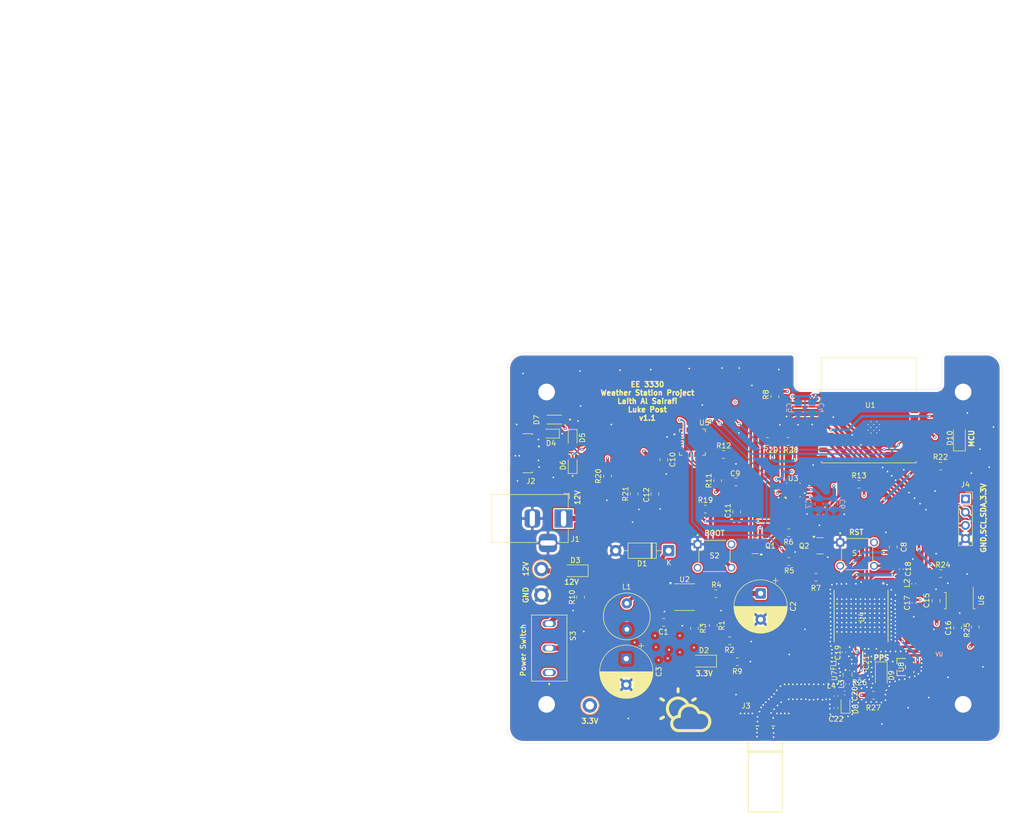
<source format=kicad_pcb>
(kicad_pcb (version 20241229) (generator "pcbnew") (generator_version "9.0")
  (layers (0 "F.Cu" signal) (4 "In1.Cu" power) (6 "In2.Cu" power) (2 "B.Cu" signal) (13 "F.Paste" user) (15 "B.Paste" user) (5 "F.SilkS" user "F.Silkscreen") (7 "B.SilkS" user "B.Silkscreen") (1 "F.Mask" user) (3 "B.Mask" user) (25 "Edge.Cuts" user))
  (net 0 "")
  (net 1 "Net-(U2-TC)")
  (net 2 "GND")
  (net 3 "+12V")
  (net 4 "+3.3V")
  (net 5 "Net-(C8-Pad2)")
  (net 6 "/EN")
  (net 7 "Net-(C11-Pad2)")
  (net 8 "Net-(U5-VBUS)")
  (net 9 "Net-(U6-LEDA)")
  (net 10 "Net-(U4-VBATT)")
  (net 11 "Net-(FL1-OUTPUT)")
  (net 12 "/RF_IN")
  (net 13 "Net-(D8-A2)")
  (net 14 "Net-(C20-Pad2)")
  (net 15 "/VCC_RF")
  (net 16 "Net-(D8-A1)")
  (net 17 "Net-(C22-Pad2)")
  (net 18 "Net-(D1-K)")
  (net 19 "Net-(D2-K)")
  (net 20 "Net-(D3-K)")
  (net 21 "Net-(D4-A2)")
  (net 22 "/VBUS")
  (net 23 "Net-(D9-K)")
  (net 24 "Net-(D9-A)")
  (net 25 "Net-(FL1-INPUT)")
  (net 26 "Net-(J1-Pad1)")
  (net 28 "/SDA")
  (net 29 "/SCL")
  (net 30 "Net-(U7-AI)")
  (net 31 "Net-(D10-K)")
  (net 32 "/GPIO6")
  (net 33 "Net-(U2-Vfb)")
  (net 34 "Net-(R1-Pad2)")
  (net 35 "Net-(U2-DC)")
  (net 36 "Net-(U5-~{RST})")
  (net 37 "Net-(U5-~{SUSPEND})")
  (net 38 "/USB_DN")
  (net 39 "/USB_DP")
  (net 40 "/GPIO9")
  (net 41 "/GPIO7")
  (net 42 "/ANT_OFF")
  (net 50 "/GPIO10")
  (net 53 "/GPIO8")
  (net 55 "/PPS")
  (net 77 "Net-(Q1-B)")
  (net 78 "/RTS")
  (net 79 "Net-(Q2-B)")
  (net 80 "/DTR")
  (net 81 "/GPIO18")
  (net 83 "/U0RXD")
  (net 84 "/U0TXD")
  (net 85 "unconnected-(U4-SYS_RSTn-Pad9)")
  (footprint "Diode_SMD:D_SOD-323" (layer "F.Cu") (at 110 89.05 90)
    (property "Reference" "D6")
    (property "Value" "SD05_SOD323" (hide yes))
  )
  (footprint "Inductor_SMD:L_0402_1005Metric_Pad0.77x0.64mm_HandSolder" (layer "F.Cu") (at 160.6 133.4 -90)
    (property "Reference" "L4")
    (property "Value" "56n")
  )
  (footprint "MMUN2211:SOT-23-3_1P4X3P040_ONS" (layer "F.Cu") (at 173.114 127.8375 90)
    (property "Reference" "U8")
    (property "Value" "MMUN2211LT1G" (hide yes))
  )
  (footprint "Resistor_SMD:R_0805_2012Metric_Pad1.20x1.40mm_HandSolder" (layer "F.Cu") (at 151.4 84.5)
    (property "Reference" "R28")
    (property "Value" "4.7k")
  )
  (footprint "LED_SMD:LED_1206_3216Metric_Pad1.42x1.75mm_HandSolder" (layer "F.Cu") (at 169.278101 129.307 -90)
    (property "Reference" "D9")
    (property "Value" "LED")
  )
  (footprint "Inductor_SMD:L_0402_1005Metric_Pad0.77x0.64mm_HandSolder" (layer "F.Cu") (at 175.51 111.8125 90)
    (property "Reference" "L2")
    (property "Value" "27n")
  )
  (footprint "MountingHole:MountingHole_3.2mm_M3_ISO7380_Pad_TopBottom" (layer "F.Cu") (at 185 135)
    (property "Reference" "H4" (hide yes))
    (property "Value" "MountingHole_Pad" (hide yes))
  )
  (footprint "Package_TO_SOT_SMD:SOT-23" (layer "F.Cu") (at 157.5 104.55)
    (property "Reference" "Q2")
    (property "Value" "BC818")
  )
  (footprint "473460001:MOLEX_47346-0001" (layer "F.Cu") (at 99.425 86.7625 -90)
    (property "Reference" "J2")
    (property "Value" "47346-0001")
  )
  (footprint "Capacitor_SMD:C_0805_2012Metric_Pad1.18x1.45mm_HandSolder" (layer "F.Cu") (at 171.58 104.8 -90)
    (property "Reference" "C8")
    (property "Value" "0.1u")
  )
  (footprint "Capacitor_SMD:C_0805_2012Metric_Pad1.18x1.45mm_HandSolder" (layer "F.Cu") (at 141.5 98.0375 90)
    (property "Reference" "C11")
    (property "Value" "0.1u")
  )
  (footprint "B4327:FIL_B39162B4327P810" (layer "F.Cu") (at 162.4125 127.2 90)
    (property "Reference" "FL1")
    (property "Value" "B39162B4327P810" (hide yes))
  )
  (footprint "Resistor_SMD:R_0402_1005Metric_Pad0.72x0.64mm_HandSolder" (layer "F.Cu") (at 165.1125 129.51)
    (property "Reference" "R26")
    (property "Value" "10k")
  )
  (footprint "Capacitor_SMD:C_0402_1005Metric_Pad0.74x0.62mm_HandSolder" (layer "F.Cu") (at 160.6 135.7 90)
    (property "Reference" "C22")
    (property "Value" "56p")
  )
  (footprint "Resistor_SMD:R_0805_2012Metric_Pad1.20x1.40mm_HandSolder" (layer "F.Cu") (at 147.4 84.5)
    (property "Reference" "R29")
    (property "Value" "4.7k")
  )
  (footprint "RF_Module:ESP32-C3-WROOM-02" (layer "F.Cu") (at 166.89 81.6)
    (property "Reference" "U1")
    (property "Value" "ESP32-C3-WROOM-02")
  )
  (footprint "Resistor_SMD:R_0805_2012Metric_Pad1.20x1.40mm_HandSolder" (layer "F.Cu") (at 156.734 110.5916 180)
    (property "Reference" "R7")
    (property "Value" "0")
  )
  (footprint "Connector_BarrelJack:BarrelJack_Horizontal" (layer "F.Cu") (at 108.25 99.3)
    (property "Reference" "J1")
    (property "Value" "Barrel_Jack_Switch")
  )
  (footprint "MountingHole:MountingHole_3.2mm_M3_ISO7380_Pad_TopBottom" (layer "F.Cu") (at 105 75)
    (property "Reference" "H2" (hide yes))
    (property "Value" "MountingHole_Pad" (hide yes))
  )
  (footprint "SMA_Conn:CONN-732513152_MOL" (layer "F.Cu") (at 147 141.6867 180)
    (property "Reference" "J3")
    (property "Value" "732512120")
  )
  (footprint "Capacitor_SMD:C_0402_1005Metric_Pad0.74x0.62mm_HandSolder" (layer "F.Cu") (at 162.2325 132.8)
    (property "Reference" "C20")
    (property "Value" "120p")
  )
  (footprint "Resistor_SMD:R_0805_2012Metric_Pad1.20x1.40mm_HandSolder" (layer "F.Cu") (at 151.5 102.05)
    (property "Reference" "R6")
    (property "Value" "10k")
  )
  (footprint "Resistor_SMD:R_0805_2012Metric_Pad1.20x1.40mm_HandSolder" (layer "F.Cu") (at 180.68 109.89)
    (property "Reference" "R24")
    (property "Value" "4.7k")
  )
  (footprint "Capacitor_SMD:C_0402_1005Metric_Pad0.74x0.62mm_HandSolder" (layer "F.Cu") (at 164.5 127.2 90)
    (property "Reference" "C21")
    (property "Value" "1n")
  )
  (footprint "MountingHole:MountingHole_3.2mm_M3_ISO7380_Pad_TopBottom" (layer "F.Cu") (at 105 135)
    (property "Reference" "H3" (hide yes))
    (property "Value" "MountingHole_Pad" (hide yes))
  )
  (footprint "TESEO-LIV3R:ARRAY_LIV3R_STM" (layer "F.Cu") (at 165.400001 118.031899 90)
    (property "Reference" "U4")
    (property "Value" "TESEO-LIV3R")
  )
  (footprint "Inductor_SMD:L_0402_1005Metric_Pad0.77x0.64mm_HandSolder" (layer "F.Cu") (at 162.8 131.1 90)
    (property "Reference" "L3")
    (property "Value" "5n")
  )
  (footprint "Capacitor_THT:CP_Radial_D10.0mm_P5.00mm" (layer "F.Cu") (at 146.1 113.7 -90)
    (property "Reference" "C2")
    (property "Value" "100uF")
  )
  (footprint "Diode_SMD:D_SOD-323" (layer "F.Cu") (at 110 83.8 -90)
    (property "Reference" "D5")
    (property "Value" "SD05_SOD323" (hide yes))
  )
  (footprint "LED_SMD:LED_1206_3216Metric_Pad1.42x1.75mm_HandSolder" (layer "F.Cu") (at 184.29 83.85 90)
    (property "Reference" "D10")
    (property "Value" "LED")
  )
  (footprint "Capacitor_SMD:C_0402_1005Metric_Pad0.74x0.62mm_HandSolder" (layer "F.Cu") (at 173.12 109.0225 -90)
    (property "Reference" "C18")
    (property "Value" "56p")
  )
  (footprint "TS02_66_55_BK_100_LCR_D:SW_TS02-66-55-BK-100-LCR-D" (layer "F.Cu") (at 137.25 106.5)
    (property "Reference" "S2")
    (property "Value" "TS02-66-55-BK-100-LCR-D" (hide yes))
  )
  (footprint "Resistor_SMD:R_0805_2012Metric_Pad1.20x1.40mm_HandSolder" (layer "F.Cu") (at 137 119.85 -90)
    (property "Reference" "R1")
    (property "Value" "1k")
  )
  (footprint "weather-logo:weather" (layer "F.Cu") (at 131.64 136.03)
    (property "Reference" "G***" (hide yes))
    (property "Value" "LOGO" (hide yes))
  )
  (footprint "TestPoint:TestPoint_Keystone_5010-5014_Multipurpose" (layer "F.Cu") (at 113.3 135.2)
    (property "Reference" "TP3" (hide yes))
    (property "Value" "3.3V")
  )
  (footprint "SLW_1276864_4A_D:SW_SLW-1276864-4A-D" (layer "F.Cu") (at 105.5 124.2 90)
    (property "Reference" "S3")
    (property "Value" "SLW-1276864-4A-D")
  )
  (footprint "Capacitor_SMD:C_0805_2012Metric_Pad1.18x1.45mm_HandSolder" (layer "F.Cu") (at 125.8 94.6025 -90)
    (property "Reference" "C12")
    (property "Value" "1u")
  )
  (footprint "Capacitor_SMD:C_0402_1005Metric_Pad0.74x0.62mm_HandSolder" (layer "F.Cu") (at 162.1 125 90)
    (property "Reference" "C19")
    (property "Value" "120p")
  )
  (footprint "Connector_PinSocket_2.54mm:PinSocket_1x04_P2.54mm_Vertical" (layer "F.Cu") (at 185.4495 95.549186)
    (property "Reference" "J4")
    (property "Value" "Conn_01x04_Pin")
  )
  (footprint "Resistor_SMD:R_0805_2012Metric_Pad1.20x1.40mm_HandSolder" (layer "F.Cu") (at 187.3495 120.169186 90)
    (property "Reference" "R25")
    (property "Value" "30")
  )
  (footprint "weather-station-footprints:QFN-10_2.85x4.9_Pitch1mm" (layer "F.Cu") (at 184.3495 115.069186 -90)
    (property "Reference" "U6")
    (property "Value" "Si1146")
  )
  (footprint "Resistor_SMD:R_0805_2012Metric_Pad1.20x1.40mm_HandSolder" (layer "F.Cu") (at 121.8 94.57 90)
    (property "Reference" "R21")
    (property "Value" "47.5k")
  )
  (footprint "Package_TO_SOT_SMD:SOT-23" (layer "F.Cu") (at 145.0625 104.5 180)
    (property "Reference" "Q1")
    (property "Value" "BC818")
  )
  (footprint "LED_SMD:LED_1206_3216Metric_Pad1.42x1.75mm_HandSolder" (layer "F.Cu") (at 110.52 109.34 180)
    (property "Reference" "D3")
    (property "Value" "LED")
  )
  (footprint "RLB9012_221KL:IND_RLB9012-221KL" (layer "F.Cu") (at 120.4 118.1 -90)
    (property "Reference" "L1")
    (property "Value" "220u")
  )
  (footprint "Diode_SMD:D_SOD-323" (layer "F.Cu") (at 162.4 135.1 90)
    (property "Reference" "D8")
    (property "Value" "SD05_SOD323" (hide yes))
  )
  (footprint "Resistor_SMD:R_0805_2012Metric_Pad1.20x1.40mm_HandSolder" (layer "F.Cu") (at 151.5 107.55 180)
    (property "Reference" "R5")
    (property "Value" "10k")
  )
  (footprint "Resistor_SMD:R_0805_2012Metric_Pad1.20x1.40mm_HandSolder" (layer "F.Cu") (at 137.5 113.75 180)
    (property "Reference" "R4")
    (property "Value" "0.15")
  )
  (footprint "Capacitor_SMD:C_0805_2012Metric_Pad1.18x1.45mm_HandSolder" (layer "F.Cu") (at 179.8 115.1 90)
    (property "Reference" "C15")
    (property "Value" "0.1u")
  )
  (footprint "Capacitor_SMD:C_0805_2012Metric_Pad1.18x1.45mm_HandSolder" (layer "F.Cu") (at 141.3725 92.28)
    (property "Reference" "C9")
    (property "Value" "1u")
  )
  (footprint "Resistor_SMD:R_0805_2012Metric_Pad1.20x1.40mm_HandSolder" (layer "F.Cu") (at 167.778101 133.247)
    (property "Reference" "R27")
    (property "Value" "330")
  )
  (footprint "Resistor_SMD:R_0805_2012Metric_Pad1.20x1.40mm_HandSolder" (layer "F.Cu") (at 137.86 92.0375 90)
    (property "Reference" "R11")
    (property "Value" "1k")
  )
  (footprint "TS02_66_55_BK_100_LCR_D:SW_TS02-66-55-BK-100-LCR-D" (layer "F.Cu") (at 164.644 106.136)
    (property "Reference" "S1")
    (property "Value" "TS02-66-55-BK-100-LCR-D" (hide yes))
  )
  (footprint "MountingHole:MountingHole_3.2mm_M3_ISO7380_Pad_TopBottom" (layer "F.Cu") (at 185 75)
    (property "Reference" "H1" (hide yes))
    (property "Value" "MountingHole_Pad" (hide yes))
  )
  (footprint "1N5819HW-7-F:SOD3715X145N" (layer "F.Cu") (at 106.48 80.3 180)
    (property "Reference" "D7")
    (property "Value" "1N5819HW-7-F" (hide yes))
  )
  (footprint "Package_LGA:Bosch_LGA-8_2.5x2.5mm_P0.65mm_ClockwisePinNumbering" (layer "F.Cu") (at 152.375 93.835 90)
    (property "Reference" "U3")
    (property "Value" "BME280")
  )
  (footprint "TestPoint:TestPoint_Keystone_5010-5014_Multipurpose" (layer "F.Cu") (at 104 114 -90)
    (property "Reference" "TP1" (hide yes))
    (property "Value" "GND")
  )
  (footprint "Resistor_SMD:R_0805_2012Metric_Pad1.20x1.40mm_HandSolder" (layer "F.Cu") (at 139 87)
    (property "Reference" "R12")
    (property "Value" "1k")
  )
  (footprint "Capacitor_THT:CP_Radial_D10.0mm_P5.00mm" (layer "F.Cu") (at 120.3 126.232323 -90)
    (property "Reference" "C3")
    (property "Value" "100uF")
  )
  (footprint "Resistor_SMD:R_0805_2012Metric_Pad1.20x1.40mm_HandSolder" (layer "F.Cu") (at 135.5 97.5 180)
    (property "Reference" "R19")
    (property "Value" "0")
  )
  (footprint "Capacitor_SMD:C_0805_2012Metric_Pad1.18x1.45mm_HandSolder" (layer "F.Cu") (at 127.4625 119.25)
    (property "Reference" "C1")
    (property "Value" "470p")
  )
  (footprint "Resistor_SMD:R_0805_2012Metric_Pad1.20x1.40mm_HandSolder" (layer "F.Cu") (at 133.4 120.4 -90)
    (property "Reference" "R3")
    (property "Value" "2.2k")
  )
  (footprint "Capacitor_SMD:C_0805_2012Metric_Pad1.18x1.45mm_HandSolder" (layer "F.Cu") (at 127.5 88 -90)
    (property "Reference" "C10")
    (property "Value" "10u")
  )
  (footprint "Resistor_SMD:R_0805_2012Metric_Pad1.20x1.40mm_HandSolder" (layer "F.Cu") (at 116.7 91.17 -90)
    (property "Reference" "R20")
    (property "Value" "22.1k")
  )
  (footprint "Capacitor_SMD:C_0402_1005Metric_Pad0.74x0.62mm_HandSolder" (layer "F.Cu") (at 175.556665 115.5425 -90)
    (property "Reference" "C17")
    (property "Value" "10n")
  )
  (footprint "Resistor_SMD:R_0805_2012Metric_Pad1.20x1.40mm_HandSolder" (layer "F.Cu") (at 140.1732 122.7836)
    (property "Reference" "R2")
    (property "Value" "330")
  )
  (footprint "Resistor_SMD:R_0805_2012Metric_Pad1.20x1.40mm_HandSolder" (layer "F.Cu") (at 148.85 75.89 90)
    (property "Reference" "R8")
    (property "Value" "10k")
  )
  (footprint "TestPoint:TestPoint_Keystone_5010-5014_Multipurpose" (layer "F.Cu") (at 104 109 -90)
    (property "Reference" "TP2" (hide yes))
    (property "Value" "12V")
  )
  (footprint "Resistor_SMD:R_0805_2012Metric_Pad1.20x1.40mm_HandSolder" (layer "F.Cu") (at 111.53 114.42 -90)
    (property "Reference" "R10")
    (property "Value" "680")
  )
  (footprint "Diode_SMD:D_SOD-323" (layer "F.Cu") (at 105.85 83 180)
    (property "Reference" "D4")
    (property "Value" "SD05_SOD323" (hide yes))
  )
  (footprint "Resistor_SMD:R_0805_2012Metric_Pad1.20x1.40mm_HandSolder" (layer "F.Cu") (at 141.6464 126.7968)
    (property "Reference" "R9")
    (property "Value" "220")
  )
  (footprint "Package_SO:SOIC-8_3.9x4.9mm_P1.27mm" (layer "F.Cu") (at 131.5 114.405)
    (property "Reference" "U2")
    (property "Value" "MC33063AD")
  )
  (footprint "Resistor_SMD:R_0805_2012Metric_Pad1.20x1.40mm_HandSolder" (layer "F.Cu") (at 180.66 89.25 180)
    (property "Reference" "R22")
    (property "Value" "220")
  )
  (footprint "LED_SMD:LED_1206_3216Metric_Pad1.42x1.75mm_HandSolder" (layer "F.Cu") (at 135.1788 126.6952 180)
    (property "Reference" "D2")
    (property "Value" "LED")
  )
  (footprint "BGA725L6:AMP_BGA725L6E6327FTSA1" (layer "F.Cu") (at 162.8 129.3 -90)
    (property "Reference" "U7")
    (property "Value" "BGA725L6E6327FTSA1" (hide yes))
  )
  (footprint "CP2102N_A02_GQFN28:QFN50P500X500X80-29N" (layer "F.Cu") (at 133 84.64)
    (property "Reference" "U5")
    (property "Value" "CP2102N-A02-GQFN28" (hide yes))
  )
  (footprint "Diode_THT:D_DO-41_SOD81_P10.16mm_Horizontal" (layer "F.Cu") (at 128.43 105.48 180)
    (property "Reference" "D1")
    (property "Value" "1N5819")
  )
  (footprint "Resistor_SMD:R_0805_2012Metric_Pad1.20x1.40mm_HandSolder" (layer "F.Cu") (at 165 92.71)
    (property "Reference" "R13")
    (property "Value" "10k")
  )
  (footprint "Capacitor_SMD:C_0805_2012Metric_Pad1.18x1.45mm_HandSolder" (layer "F.Cu") (at 183.94 120.2875 -90)
    (property "Reference" "C16")
    (property "Value" "22u")
  )
  (footprint "Capacitor_SMD:C_0805_2012Metric_Pad1.18x1.45mm_HandSolder" (layer "B.Cu") (at 160.16 96.5325 90)
    (property "Reference" "C6")
    (property "Value" "0.1u")
  )
  (footprint "Capacitor_SMD:C_0805_2012Metric_Pad1.18x1.45mm_HandSolder" (layer "B.Cu") (at 157.31 96.4825 -90)
    (property "Reference" "C7")
    (property "Value" "0.1u")
  )
  (footprint "Capacitor_SMD:C_0805_2012Metric_Pad1.18x1.45mm_HandSolder" (layer "B.Cu") (at 153.3 78.0625 -90)
    (property "Reference" "C5")
    (property "Value" "10u")
  )
  (footprint "Capacitor_SMD:C_0805_2012Metric_Pad1.18x1.45mm_HandSolder" (layer "B.Cu") (at 156 78.0045 -90)
    (property "Reference" "C4")
    (property "Value" "0.1u")
  )
  (gr_line (start 100.5 67.5) (end 151.9 67.5) (stroke (width 0.05)) (layer "Edge.Cuts"))
  (gr_line (start 189.5 142.5) (end 100.5 142.5) (stroke (width 0.05)) (layer "Edge.Cuts"))
  (gr_line (start 152.9 73.5) (end 152.9 68.5) (stroke (width 0.05)) (layer "Edge.Cuts"))
  (gr_arc (start 180.9 73.5) (mid 180.607107 74.207107) (end 179.9 74.5) (stroke (width 0.05)) (layer "Edge.Cuts"))
  (gr_line (start 179.9 74.5) (end 153.9 74.5) (stroke (width 0.05)) (layer "Edge.Cuts"))
  (gr_arc (start 192.5 139.5) (mid 191.62132 141.62132) (end 189.5 142.5) (stroke (width 0.05)) (layer "Edge.Cuts"))
  (gr_arc (start 97.5 70.5) (mid 98.37868 68.37868) (end 100.5 67.5) (stroke (width 0.05)) (layer "Edge.Cuts"))
  (gr_line (start 97.5 139.5) (end 97.5 70.5) (stroke (width 0.05)) (layer "Edge.Cuts"))
  (gr_arc (start 151.9 67.5) (mid 152.607107 67.792893) (end 152.9 68.5) (stroke (width 0.05)) (layer "Edge.Cuts"))
  (gr_arc (start 153.9 74.5) (mid 153.192893 74.207107) (end 152.9 73.5) (stroke (width 0.05)) (layer "Edge.Cuts"))
  (gr_line (start 189.5 67.5) (end 181.9 67.5) (stroke (width 0.05)) (layer "Edge.Cuts"))
  (gr_arc (start 180.9 68.5) (mid 181.192893 67.792893) (end 181.9 67.5) (stroke (width 0.05)) (layer "Edge.Cuts"))
  (gr_line (start 192.5 70.5) (end 192.5 139.5) (stroke (width 0.05)) (layer "Edge.Cuts"))
  (gr_arc (start 189.5 67.5) (mid 191.62132 68.37868) (end 192.5 70.5) (stroke (width 0.05)) (layer "Edge.Cuts"))
  (gr_arc (start 100.5 142.5) (mid 98.37868 141.62132) (end 97.5 139.5) (stroke (width 0.05)) (layer "Edge.Cuts"))
  (gr_line (start 180.9 68.5) (end 180.9 73.5) (stroke (width 0.05)) (layer "Edge.Cuts"))
  (gr_text "12V\n" (at 111.51 96.8 90) (layer "F.SilkS") (effects (font (size 1 1) (thickness 0.2) (bold yes)) (justify left bottom)))
  (gr_text "K" (at 128.5 107.83 0) (layer "F.SilkS") (effects (font (size 1 1))))
  (gr_text "PPS" (at 169.31 126.06 0) (layer "F.SilkS") (effects (font (size 1 1) (thickness 0.25) (bold yes))))
  (gr_text "GND,SCL,SDA,3.3V" (at 189.5 106 90) (layer "F.SilkS") (effects (font (size 1 1) (thickness 0.25) (bold yes)) (justify left bottom)))
  (gr_text "EE 3330\nWeather Station Project\nLaith Al Sairafi\nLuke Post\nv1.1" (at 124.3584 80.5688 0) (layer "F.SilkS") (effects (font (size 1 1) (thickness 0.25) (bold yes)) (justify bottom)))
  (gr_text "3.3V" (at 135.26 129.08 0) (layer "F.SilkS") (effects (font (size 1 1) (thickness 0.1875) (bold yes))))
  (gr_text "BOOT" (at 137.25 102.7 0) (layer "F.SilkS") (effects (font (size 1 1) (thickness 0.2) (bold yes)) (justify bottom)))
  (gr_text "Power Switch" (at 101.075 129.725 90) (layer "F.SilkS") (effects (font (size 1 1) (thickness 0.2) (bold yes)) (justify left bottom)))
  (gr_text "MCU" (at 186.61 83.93 90) (layer "F.SilkS") (effects (font (size 1 1) (thickness 0.25) (bold yes))))
  (gr_text "12V" (at 109.79 111.5 0) (layer "F.SilkS") (effects (font (size 1 1) (thickness 0.1875) (bold yes))))
  (gr_text "RST" (at 164.49 101.93 0) (layer "F.SilkS") (effects (font (size 1 1) (thickness 0.2) (bold yes))))
  (gr_text "UV" (at 180.42 125.39 0) (layer "B.SilkS") (effects (font (size 0.75 0.75) (thickness 0.1875) (bold yes)) (justify mirror)))
  (segment (start 127.24 115.04) (end 129.025 115.04) (width 0.7) (layer "F.Cu") (net 1))
  (segment (start 126.425 119.25) (end 126.425 115.855) (width 0.7) (layer "F.Cu") (net 1))
  (segment (start 126.425 115.855) (end 127.24 115.04) (width 0.7) (layer "F.Cu") (net 1))
  (segment (start 175.51 126.94) (end 174.185 126.94) (width 0.5) (layer "F.Cu") (net 2))
  (segment (start 122.71 97.56) (end 121.8 96.65) (width 0.7) (layer "F.Cu") (net 2))
  (segment (start 111.53 116.36) (end 111.53 115.42) (width 0.5) (layer "F.Cu") (net 2))
  (segment (start 156.2 88.28) (end 156.88 87.6) (width 0.7) (layer "F.Cu") (net 2))
  (segment (start 102.1375 84.1375) (end 102 84.275) (width 0.5) (layer "F.Cu") (net 2))
  (segment (start 140.75 87) (end 141.37 87.62) (width 0.3) (layer "F.Cu") (net 2))
  (segment (start 171.05 101.96) (end 171.58 102.49) (width 0.5) (layer "F.Cu") (net 2))
  (segment (start 155.4287 93.005) (end 155.2077 92.784) (width 0.5) (layer "F.Cu") (net 2))
  (segment (start 161.09 127.2) (end 161.0868 127.2032) (width 0.25) (layer "F.Cu") (net 2))
  (segment (start 141.3256 122.936) (end 141.1732 122.7836) (width 0.7) (layer "F.Cu") (net 2))
  (segment (start 166.71 129.5) (end 165.6 129.5) (width 0.4) (layer "F.Cu") (net 2))
  (segment (start 161 121.6512) (end 161 122.75) (width 0.5) (layer "F.Cu") (net 2))
  (segment (start 103.58 89.41) (end 102.16 89.41) (width 0.5) (layer "F.Cu") (net 2))
  (segment (start 163.3 126.7) (end 163.6 126.4) (width 0.25) (layer "F.Cu") (net 2))
  (segment (start 140 87) (end 140.75 87) (width 0.3) (layer "F.Cu") (net 2))
  (segment (start 102.085 88.0625) (end 103.35 88.0625) (width 0.4) (layer "F.Cu") (net 2))
  (segment (start 141.37 87.62) (end 141.37 88.81) (width 0.3) (layer "F.Cu") (net 2))
  (segment (start 129 116.335) (end 129.025 116.31) (width 0.7) (layer "F.Cu") (net 2))
  (segment (start 142.6464 126.7968) (end 144.1464 126.7968) (width 0.7) (layer "F.Cu") (net 2))
  (segment (start 102.16 89.41) (end 102 89.25) (width 0.5) (layer "F.Cu") (net 2))
  (segment (start 143.5075 139.5658) (end 143.5075 137.2575) (width 0.5) (layer "F.Cu") (net 2))
  (segment (start 110.08 117) (end 110.89 117) (width 0.5) (layer "F.Cu") (net 2))
  (segment (start 99.25 83.2125) (end 99.425 83.3875) (width 0.5) (layer "F.Cu") (net 2))
  (segment (start 170.17 101.96) (end 171.05 101.96) (width 0.5) (layer "F.Cu") (net 2))
  (segment (start 122.72 97.56) (end 122.71 97.56) (width 0.7) (layer "F.Cu") (net 2))
  (segment (start 143.5075 136.9925) (end 143.75 136.75) (width 0.5) (layer "F.Cu") (net 2))
  (segment (start 107.99 83) (end 106.9 83) (width 0.5) (layer "F.Cu") (net 2))
  (segment (start 150.4925 137.0075) (end 150.75 136.75) (width 0.5) (layer "F.Cu") (net 2))
  (segment (start 164.098704 128.688732) (end 163.687436 129.1) (width 0.25) (layer "F.Cu") (net 2))
  (segment (start 150.0169 94.81) (end 149.5359 95.291) (width 0.5) (layer "F.Cu") (net 2))
  (segment (start 128.81 119.25) (end 128.5 119.25) (width 0.7) (layer "F.Cu") (net 2))
  (segment (start 99 87.25) (end 99 86.0375) (width 0.5) (layer "F.Cu") (net 2))
  (segment (start 142.25 136.75) (end 144.5 136.75) (width 0.5) (layer "F.Cu") (net 2))
  (segment (start 184.3495 116.169186) (end 184.3495 117.469186) (width 0.7) (layer "F.Cu") (net 2))
  (segment (start 143.5075 137.7425) (end 144.5 136.75) (width 0.5) (layer "F.Cu") (net 2))
  (segment (start 155.2077 92.784) (end 153.4 92.784) (width 0.5) (layer "F.Cu") (net 2))
  (segment (start 160.782 121.0564) (end 160.782 121.4332) (width 0.5) (layer "F.Cu") (net 2))
  (segment (start 128.1426 83.6426) (end 128.64 84.14) (width 0.3) (layer "F.Cu") (net 2))
  (segment (start 149.25 136.75) (end 151.5 136.75) (width 0.5) (layer "F.Cu") (net 2))
  (segment (start 111.02 80.57) (end 110 81.59) (width 0.5) (layer "F.Cu") (net 2))
  (segment (start 103.425 84.1375) (end 102.1375 84.1375) (width 0.5) (layer "F.Cu") (net 2))
  (segment (start 164.5 126.6325) (end 164.5 125.8) (width 0.4) (layer "F.Cu") (net 2))
  (segment (start 132.5 84.14) (end 133 84.64) (width 0.3) (layer "F.Cu") (net 2))
  (segment (start 150.4925 139.5658) (end 150.4925 137.0075) (width 0.5) (layer "F.Cu") (net 2))
  (segment (start 171.58 102.49) (end 171.58 103.7625) (width 0.5) (layer "F.Cu") (net 2))
  (segment (start 126.75 97.47) (end 125.8 96.52) (width 0.7) (layer "F.Cu") (net 2))
  (segment (start 150.4925 139.5658) (end 150.4925 137.9925) (width 0.5) (layer "F.Cu") (net 2))
  (segment (start 179.8 112.8875) (end 179.8 114.0625) (width 0.7) (layer "F.Cu") (net 2))
  (segment (start 129.46 119.9) (end 128.81 119.25) (width 0.7) (layer "F.Cu") (net 2))
  (segment (start 128.64 84.14) (end 130.64 84.14) (width 0.3) (layer "F.Cu") (net 2))
  (segment (start 174.13 126.885) (end 173.942 126.885) (width 0.5) (layer "F.Cu") (net 2))
  (segment (start 163.687436 129.1) (end 163.2 129.1) (width 0.25) (layer "F.Cu") (net 2))
  (segment (start 131.05 119.9) (end 129.46 119.9) (width 0.7) (layer "F.Cu") (net 2))
  (segment (start 154.564079 94.436419) (end 154.490919 94.436419) (width 0.5) (layer "F.Cu") (net 2))
  (segment (start 162.7 126.7) (end 163.3 126.7) (width 0.25) (layer "F.Cu") (net 2))
  (segment (start 130.64 84.14) (end 132.5 84.14) (width 0.3) (layer "F.Cu") (net 2))
  (segment (start 127.62 117.18) (end 128.465 116.335) (width 0.7) (layer "F.Cu") (net 2))
  (segment (start 143.5075 139.5658) (end 143.5075 136.9925) (width 0.5) (layer "F.Cu") (net 2))
  (segment (start 143.5075 137.2575) (end 143 136.75) (width 0.5) (layer "F.Cu") (net 2))
  (segment (start 99.4 90.1625) (end 99.425 90.1375) (width 0.5) (layer "F.Cu") (net 2))
  (segment (start 143.5075 139.5658) (end 143.5075 137.7425) (width 0.5) (layer "F.Cu") (net 2))
  (segment (start 150.4925 139.5658) (end 150.4925 137.2425) (width 0.5) (layer "F.Cu") (net 2))
  (segment (start 154.490919 94.436419) (end 154.2145 94.16) (width 0.5) (layer "F.Cu") (net 2))
  (segment (start 161.35 129.5) (end 162.4 129.5) (width 0.25) (layer "F.Cu") (net 2))
  (segment (start 99 86.0375) (end 99.425 85.6125) (width 0.5) (layer "F.Cu") (net 2))
  (segment (start 110.89 117) (end 111.53 116.36) (width 0.5) (layer "F.Cu") (net 2))
  (segment (start 164.5 125.8) (end 164.4 125.7) (width 0.4) (layer "F.Cu") (net 2))
  (segment (start 99.4 92.07) (end 99.4 90.1625) (width 0.5) (layer "F.Cu") (net 2))
  (segment (start 174.185 126.94) (end 174.13 126.885) (width 0.5) (layer "F.Cu") (net 2))
  (segment (start 110 81.59) (end 110 82.75) (width 0.5) (layer "F.Cu") (net 2))
  (segment (start 150.4925 137.9925) (end 149.25 136.75) (width 0.5) (layer "F.Cu") (net 2))
  (segment (start 121.8 96.65) (end 121.8 95.57) (width 0.7) (layer "F.Cu") (net 2))
  (segment (start 144.288 122.936) (end 141.3256 122.936) (width 0.7) (layer "F.Cu") (net 2))
  (segment (start 150.4925 139.5658) (end 150.4925 137.7575) (width 0.5) (layer "F.Cu") (net 2))
  (segment (start 103.35 88.0625) (end 103.425 88.1375) (width 0.4) (layer "F.Cu") (net 2))
  (segment (start 150.4925 137.7575) (end 151.5 136.75) (width 0.5) (layer "F.Cu") (net 2))
  (segment (start 150.4925 137.2425) (end 150 136.75) (width 0.5) (layer "F.Cu") (net 2))
  (segment (start 125.8 96.52) (end 125.8 95.4075) (width 0.7) (layer "F.Cu") (net 2))
  (segment (start 156.88 87.6) (end 158.14 87.6) (width 0.7) (layer "F.Cu") (net 2))
  (segment (start 99.75 87.9875) (end 99.425 88.3125) (width 0.5) (layer "F.Cu") (net 2))
  (segment (start 166.72 129.49) (end 166.71 129.5) (width 0.4) (layer "F.Cu") (net 2))
  (segment (start 127.97 90.75) (end 127.5 90.28) (width 0.7) (layer "F.Cu") (net 2))
  (segment (start 99.25 81.24) (end 99.25 83.2125) (width 0.5) (layer "F.Cu") (net 2))
  (segment (start 127.5 90.28) (end 127.5 89.0375) (width 0.7) (layer "F.Cu") (net 2))
  (segment (start 110 90.1) (end 110 91.1) (width 0.7) (layer "F.Cu") (net 2))
  (segment (start 160.782 121.4332) (end 161 121.6512) (width 0.5) (layer "F.Cu") (net 2))
  (segment (start 156.2 89.03) (end 156.2 88.28) (width 0.7) (layer "F.Cu") (net 2))
  (segment (start 143.5075 138.0075) (end 142.25 136.75) (width 0.5) (layer "F.Cu") (net 2))
  (segment (start 128.465 116.335) (end 129 116.335) (width 0.7) (layer "F.Cu") (net 2))
  (segment (start 162.125 127.2) (end 161.09 127.2) (width 0.25) (layer "F.Cu") (net 2))
  (segment (start 173.942 126.885) (end 173.932 126.895) (width 0.5) (layer "F.Cu") (net 2))
  (segment (start 162.7 127.2) (end 163.6 127.2) (width 0.25) (layer "F.Cu") (net 2))
  (segment (start 143.5075 139.5658) (end 143.5075 138.0075) (width 0.5) (layer "F.Cu") (net 2))
  (segment (start 99.425 90.1375) (end 99.425 90.175) (width 0.7) (layer "F.Cu") (net 2))
  (segment (start 163.2 122.75) (end 163.2 124) (width 0.7) (layer "F.Cu") (net 2))
  (segment (start 126.81 97.47) (end 126.75 97.47) (width 0.7) (layer "F.Cu") (net 2))
  (segment (start 175.53 116.136665) (end 175.556665 116.11) (width 0.5) (layer "F.Cu") (net 2))
  (segment (start 154.2145 94.16) (end 153.4 94.16) (width 0.5) (layer "F.Cu") (net 2))
  (segment (start 151.35 94.81) (end 150.0169 94.81) (width 0.5) (layer "F.Cu") (net 2))
  (segment (start 175.53 118.17) (end 175.53 116.136665) (width 0.5) (layer "F.Cu") (net 2))
  (segment (start 99.75 87.25) (end 99.75 87.9875) (width 0.5) (layer "F.Cu") (net 2))
  (via (at 173.78 130.15) (size 0.6) (drill 0.3) (layers "F.Cu" "B.Cu") (net 2))
  (via (at 164.1 132.9) (size 0.6) (drill 0.3) (layers "F.Cu" "B.Cu") (net 2))
  (via (at 146.2 135.6) (size 0.6) (drill 0.3) (layers "F.Cu" "B.Cu") (net 2))
  (via (at 167.4 131.8) (size 0.6) (drill 0.3) (layers "F.Cu" "B.Cu") (net 2))
  (via (at 164 131.3) (size 0.6) (drill 0.3) (layers "F.Cu" "B.Cu") (net 2))
  (via (at 166.5 131.7) (size 0.6) (drill 0.3) (layers "F.Cu" "B.Cu") (net 2))
  (via (at 154.79 134.02) (size 0.6) (drill 0.3) (layers "F.Cu" "B.Cu") (net 2))
  (via (at 165.3 115.7) (size 0.6) (drill 0.3) (layers "F.Cu" "B.Cu") (net 2))
  (via (at 160.74 111.86) (size 0.6) (drill 0.3) (layers "F.Cu" "B.Cu") (net 2))
  (via (at 154.63 120.58) (size 0.6) (drill 0.3) (layers "F.Cu" "B.Cu") (net 2))
  (via (at 162.18 98.48) (size 0.6) (drill 0.3) (layers "F.Cu" "B.Cu") (net 2))
  (via (at 166.2 120.2) (size 0.6) (drill 0.3) (layers "F.Cu" "B.Cu") (net 2))
  (via (at 159.4612 122.936) (size 0.6) (drill 0.3) (layers "F.Cu" "B.Cu") (net 2))
  (via (at 150 136.75) (size 0.6) (drill 0.3) (layers "F.Cu" "B.Cu") (net 2))
  (via (at 171.99 118.27) (size 0.6) (drill 0.3) (layers "F.Cu" "B.Cu") (net 2))
  (via (at 160.8 115.7) (size 0.6) (drill 0.3) (layers "F.Cu" "B.Cu") (net 2))
  (via (at 142 70.4) (size 0.6) (drill 0.3) (layers "F.Cu" "B.Cu") (net 2))
  (via (at 162.9 137.3) (size 0.6) (drill 0.3) (layers "F.Cu" "B.Cu") (net 2))
  (via (at 138.7 70.4) (size 0.6) (drill 0.3) (layers "F.Cu" "B.Cu") (net 2))
  (via (at 148.5 139.6) (size 0.6) (drill 0.3) (layers "F.Cu" "B.Cu") (net 2))
  (via (at 169.23 124.85) (size 0.6) (drill 0.3) (layers "F.Cu" "B.Cu") (net 2))
  (via (at 169.9 114.8) (size 0.6) (drill 0.3) (layers "F.Cu" "B.Cu") (net 2))
  (via (at 166.2 118.4) (size 0.6) (drill 0.3) (layers "F.Cu" "B.Cu") (net 2))
  (via (at 170.4 112) (size 0.6) (drill 0.3) (layers "F.Cu" "B.Cu") (net 2))
  (via (at 144.1464 126.7968) (size 0.6) (drill 0.3) (layers "F.Cu" "B.Cu") (net 2))
  (via (at 167.36 128.82) (size 0.6) (drill 0.3) (layers "F.Cu" "B.Cu") (net 2))
  (via (at 171.17 116.44) (size 0.6) (drill 0.3) (layers "F.Cu" "B.Cu") (net 2))
  (via (at 149.35 135.22) (size 0.6) (drill 0.3) (layers "F.Cu" "B.Cu") (net 2))
  (via (at 179.38 120.59) (size 0.6) (drill 0.3) (layers "F.Cu" "B.Cu") (net 2))
  (via (at 176.615511 124.81837) (size 0.6) (drill 0.3) (layers "F.Cu" "B.Cu") (net 2))
  (via (at 159.510736 113.7412) (size 0.6) (drill 0.3) (layers "F.Cu" "B.Cu") (net 2))
  (via (at 171.99 122.83) (size 0.6) (drill 0.3) (layers "F.Cu" "B.Cu") (net 2))
  (via (at 155.01 98.45) (size 0.6) (drill 0.3) (layers "F.Cu" "B.Cu") (net 2))
  (via (at 185.76 109.97) (size 0.6) (drill 0.3) (layers "F.Cu" "B.Cu") (net 2))
  (via (at 144.44 73.75) (size 0.6) (drill 0.3) (layers "F.Cu" "B.Cu") (net 2))
  (via (at 161.7 116.6) (size 0.6) (drill 0.3) (layers "F.Cu" "B.Cu") (net 2))
  (via (at 164.41 111.83) (size 0.6) (drill 0.3) (layers "F.Cu" "B.Cu") (net 2))
  (via (at 162.6 121.1) (size 0.6) (drill 0.3) (layers "F.Cu" "B.Cu") (net 2))
  (via (at 145.5 138.3) (size 0.6) (drill 0.3) (layers "F.Cu" "B.Cu") (net 2))
  (via (at 142.25 136.75) (size 0.6) (drill 0.3) (layers "F.Cu" "B.Cu") (net 2))
  (via (at 170.17 101.96) (size 0.6) (drill 0.3) (layers "F.Cu" "B.Cu") (net 2))
  (via (at 182.07 111.74) (size 0.6) (drill 0.3) (layers "F.Cu" "B.Cu") (net 2))
  (via (at 171.93 116.73) (size 0.6) (drill 0.3) (layers "F.Cu" "B.Cu") (net 2))
  (via (at 159.512 118.2116) (size 0.6) (drill 0.3) (layers "F.Cu" "B.Cu") (net 2))
  (via (at 159.512 116.4336) (size 0.6) (drill 0.3) (layers "F.Cu" "B.Cu") (net 2))
  (via (at 119.1 70.8) (size 0.6) (drill 0.3) (layers "F.Cu" "B.Cu") (net 2))
  (via (at 149.92 131.5) (size 0.6) (drill 0.3) (layers "F.Cu" "B.Cu") (net 2))
  (via (at 176.73 96.45) (size 0.6) (drill 0.3) (layers "F.Cu" "B.Cu") (net 2))
  (via (at 171.29 91.1) (size 0.6) (drill 0.3) (layers "F.Cu" "B.Cu") (net 2))
  (via (at 153.3 81.3) (size 0.6) (drill 0.3) (layers "F.Cu" "B.Cu") (net 2))
  (via (at 159.4 135.8) (size 0.6) (drill 0.3) (layers "F.Cu" "B.Cu") (net 2))
  (via (at 167.1 119.3) (size 0.6) (drill 0.3) (layers "F.Cu" "B.Cu") (net 2))
  (via (at 145.4 141.2) (size 0.6) (drill 0.3) (layers "F.Cu" "B.Cu") (net 2))
  (via (at 145.4 140.4) (size 0.6) (drill 0.3) (layers "F.Cu" "B.Cu") (net 2))
  (via (at 164.4 119.3) (size 0.6) (drill 0.3) (layers "F.Cu" "B.Cu") (net 2))
  (via (at 159.49 112.92) (size 0.6) (drill 0.3) (layers "F.Cu" "B.Cu") (net 2))
  (via (at 164.4 117.5) (size 0.6) (drill 0.3) (layers "F.Cu" "B.Cu") (net 2))
  (via (at 174.04 124.84) (size 0.6) (drill 0.3) (layers "F.Cu" "B.Cu") (net 2))
  (via (at 146.6 135.1) (size 0.6) (drill 0.3) (layers "F.Cu" "B.Cu") (net 2))
  (via (at 166.2 116.6) (size 0.6) (drill 0.3) (layers "F.Cu" "B.Cu") (net 2))
  (via (at 170.13 124.85) (size 0.6) (drill 0.3) (layers "F.Cu" "B.Cu") (net 2))
  (via (at 160.87 131.09) (size 0.6) (drill 0.3) (layers "F.Cu" "B.Cu") (net 2))
  (via (at 134.9 77.51) (size 0.6) (drill 0.3) (layers "F.Cu" "B.Cu") (net 2))
  (via (at 161.35 129.5) (size 0.6) (drill 0.3) (layers "F.Cu" "B.Cu") (net 2))
  (via (at 163.5 121.1) (size 0.6) (drill 0.3) (layers "F.Cu" "B.Cu") (net 2))
  (via (at 184.3495 117.469186) (size 0.6) (drill 0.3) (layers "F.Cu" "B.Cu") (net 2))
  (via (at 167.32 134.55) (size 0.6) (drill 0.3) (layers "F.Cu" "B.Cu") (net 2))
  (via (at 145.4 139.7) (size 0.6) (drill 0.3) (layers "F.Cu" "B.Cu") (net 2))
  (via (at 165.5 131.9) (size 0.6) (drill 0.3) (layers "F.Cu" "B.Cu") (net 2))
  (via (at 103.425 88.1375) (size 0.6) (drill 0.3) (layers "F.Cu" "B.Cu") (net 2))
  (via (at 168.9 116.6) (size 0.6) (drill 0.3) (layers "F.Cu" "B.Cu") (net 2))
  (via (at 149.5359 95.291) (size 0.6) (drill 0.3) (layers "F.Cu" "B.Cu") (net 2))
  (via (at 170.8 131.5) (size 0.6) (drill 0.3) (layers "F.Cu" "B.Cu") (net 2))
  (via (at 166.2 114.8) (size 0.6) (drill 0.3) (layers "F.Cu" "B.Cu") (net 2))
  (via (at 171.99 119.83) (size 0.6) (drill 0.3) (layers "F.Cu" "B.Cu") (net 2))
  (via (at 161.0868 127.2032) (size 0.6) (drill 0.3) (layers "F.Cu" "B.Cu") (net 2))
  (via (at 188.23 85.98) (size 0.6) (drill 0.3) (layers "F.Cu" "B.Cu") (net 2))
  (via (at 171.19 119.52) (size 0.6) (drill 0.3) (layers "F.Cu" "B.Cu") (net 2))
  (via (at 171.2 115.6) (size 0.6) (drill 0.3) (layers "F.Cu" "B.Cu") (net 2))
  (via (at 169.41 138.76) (size 0.6) (drill 0.3) (layers "F.Cu" "B.Cu") (net 2))
  (via (at 165.4 111.52) (size 0.6) (drill 0.3) (layers "F.Cu" "B.Cu") (net 2))
  (via (at 168.9 115.7) (size 0.6) (drill 0.3) (layers "F.Cu" "B.Cu") (net 2))
  (via (at 156 81.25) (size 0.6) (drill 0.3) (layers "F.Cu" "B.Cu") (net 2))
  (via (at 158.2 131.15) (size 0.6) (drill 0.3) (layers "F.Cu" "B.Cu") (net 2))
  (via (at 161.7 119.3) (size 0.6) (drill 0.3) (layers "F.Cu" "B.Cu") (net 2))
  (via (at 162.58 111.85) (size 0.6) (drill 0.3) (layers "F.Cu" "B.Cu") (net 2))
  (via (at 112.14 121.01) (size 0.6) (drill 0.3) (layers "F.Cu" "B.Cu") (net 2))
  (via (at 171.99 119.05) (size 0.6) (drill 0.3) (layers "F.Cu" "B.Cu") (net 2))
  (via (at 162.6 116.6) (size 0.6) (drill 0.3) (layers "F.Cu" "B.Cu") (net 2))
  (via (at 166.2 119.3) (size 0.6) (drill 0.3) (layers "F.Cu" "B.Cu") (net 2))
  (via (at 166.1 124.3) (size 0.6) (drill 0.3) (layers "F.Cu" "B.Cu") (net 2))
  (via (at 148.7 133) (size 0.6) (drill 0.3) (layers "F.Cu" "B.Cu") (net 2))
  (via (at 111.02 80.57) (size 0.6) (drill 0.3) (layers "F.Cu" "B.Cu") (net 2))
  (via (at 148.2 133.6) (size 0.6) (drill 0.3) (layers "F.Cu" "B.Cu") (net 2))
  (via (at 164.4 115.7) (size 0.6) (drill 0.3) (layers "F.Cu" "B.Cu") (net 2))
  (via (at 176.4 129.15) (size 0.6) (drill 0.3) (layers "F.Cu" "B.Cu") (net 2))
  (via (at 161.7 120.2) (size 0.6) (drill 0.3) (layers "F.Cu" "B.Cu") (net 2))
  (via (at 169.9 117.5) (size 0.6) (drill 0.3) (layers "F.Cu" "B.Cu") (net 2))
  (via (at 162.6 115.7) (size 0.6) (drill 0.3) (layers "F.Cu" "B.Cu") (net 2))
  (via (at 161.4 128.8) (size 0.6) (drill 0.3) (layers "F.Cu" "B.Cu") (net 2))
  (via (at 177.01 127.87) (size 0.6) (drill 0.3) (layers "F.Cu" "B.Cu") (net 2))
  (via (at 111.53 77.68) (size 0.6) (drill 0.3) (layers "F.Cu" "B.Cu") (net 2))
  (via (at 168 117.5) (size 0.6) (drill 0.3) (layers "F.Cu" "B.Cu") (net 2))
  (via (at 117.42 81.25) (size 0.6) (drill 0.3) (layers "F.Cu" "B.Cu") (net 2))
  (via (at 171.18 120.25) (size 0.6) (drill 0.3) (layers "F.Cu" "B.Cu") (net 2))
  (via (at 145.5 137.4) (size 0.6) (drill 0.3) (layers "F.Cu" "B.Cu") (net 2))
  (via (at 151.49 134.02) (size 0.6) (drill 0.3) (layers "F.Cu" "B.Cu") (net 2))
  (via (at 143 136.75) (size 0.6) (drill 0.3) (layers "F.Cu" "B.Cu") (net 2))
  (via (at 141.94 82.87) (size 0.6) (drill 0.3) (layers "F.Cu" "B.Cu") (net 2))
  (via (at 168 119.3) (size 0.6) (drill 0.3) (layers "F.Cu" "B.Cu") (net 2))
  (via (at 162.6 120.2) (size 0.6) (drill 0.3) (layers "F.Cu" "B.Cu") (net 2))
  (via (at 159.5 136.9) (size 0.6) (drill 0.3) (layers "F.Cu" "B.Cu") (net 2))
  (via (at 100.46 71.43) (size 0.6) (drill 0.3) (layers "F.Cu" "B.Cu") (net 2))
  (via (at 127.62 117.18) (size 0.6) (drill 0.3) (layers "F.Cu" "B.Cu") (net 2))
  (via (at 179.8 112.8875) (size 0.6) (drill 0.3) (layers "F.Cu" "B.Cu") (net 2))
  (via (at 160.8 114.8) (size 0.6) (drill 0.3) (layers "F.Cu" "B.Cu") (net 2))
  (via (at 166.15 125.24) (size 0.6) (drill 0.3) (layers "F.Cu" "B.Cu") (net 2))
  (via (at 169.9 119.3) (size 0.6) (drill 0.3) (layers "F.Cu" "B.Cu") (net 2))
  (via (at 163.6 126.4) (size 0.6) (drill 0.3) (layers "F.Cu" "B.Cu") (net 2))
  (via (at 157.4 100.6) (size 0.6) (drill 0.3) (layers "F.Cu" "B.Cu") (net 2))
  (via (at 175.36 107.09) (size 0.6) (drill 0.3) (layers "F.Cu" "B.Cu") (net 2))
  (via (at 107.99 83) (size 0.6) (drill 0.3) (layers "F.Cu" "B.Cu") (net 2))
  (via (at 164.8 130.7) (size 0.6) (drill 0.3) (layers "F.Cu" "B.Cu") (net 2))
  (via (at 165.521788 134.099721) (size 0.6) (drill 0.3) (layers "F.Cu" "B.Cu") (net 2))
  (via (at 161.7 121.1) (size 0.6) (drill 0.3) (layers "F.Cu" "B.Cu") (net 2))
  (via (at 144.5 136.75) (size 0.6) (drill 0.3) (layers "F.Cu" "B.Cu") (net 2))
  (via (at 156.3 131.15) (size 0.6) (drill 0.3) (layers "F.Cu" "B.Cu") (net 2))
  (via (at 159.512 115.57) (size 0.6) (drill 0.3) (layers "F.Cu" "B.Cu") (net 2))
  (via (at 169.54 89.5) (size 0.6) (drill 0.3) (layers "F.Cu" "B.Cu") (net 2))
  (via (at 168.34 134.55) (size 0.6) (drill 0.3) (layers "F.Cu" "B.Cu") (net 2))
  (via (at 167.1 116.6) (size 0.6) (drill 0.3) (layers "F.Cu" "B.Cu") (net 2))
  (via (at 168.9 120.2) (size 0.6) (drill 0.3) (layers "F.Cu" "B.Cu") (net 2))
  (via (at 150.7 131.15) (size 0.6) (drill 0.3) (layers "F.Cu" "B.Cu") (net 2))
  (via (at 153.9 131.15) (size 0.6) (drill 0.3) (layers "F.Cu" "B.Cu") (net 2))
  (via (at 132.4 70.5) (size 0.6) (drill 0.3) (layers "F.Cu" "B.Cu") (net 2))
  (via (at 167.1 115.7) (size 0.6) (drill 0.3) (layers "F.Cu" "B.Cu") (net 2))
  (via (at 159.4 135) (size 0.6) (drill 0.3) (layers "F.Cu" "B.Cu") (net 2))
  (via (at 167.1 114.8) (size 0.6) (drill 0.3) (layers "F.Cu" "B.Cu") (net 2))
  (via (at 163.7 136.9) (size 0.6) (drill 0.3) (layers "F.Cu" "B.Cu") (net 2))
  (via (at 165.3 121.1) (size 0.6) (drill 0.3) (layers "F.Cu" "B.Cu") (net 2))
  (via (at 169.9 115.7) (size 0.6) (drill 0.3) (layers "F.Cu" "B.Cu") (net 2))
  (via (at 163.7 133.7) (size 0.6) (drill 0.3) (layers "F.Cu" "B.Cu") (net 2))
  (via (at 160.07 79.85) (size 0.6) (drill 0.3) (layers "F.Cu" "B.Cu") (net 2))
  (via (at 151.62 125.42) (size 0.6) (drill 0.3) (layers "F.Cu" "B.Cu") (net 2))
  (via (at 164.098704 128.688732) (size 0.6) (drill 0.3) (layers "F.Cu" "B.Cu") (net 2))
  (via (at 159.518648 114.7064) (size 0.6) (drill 0.3) (layers "F.Cu" "B.Cu") (net 2))
  (via (at 163.5 116.6) (size 0.6) (drill 0.3) (layers "F.Cu" "B.Cu") (net 2))
  (via (at 162.6 118.4) (size 0.6) (drill 0.3) (layers "F.Cu" "B.Cu") (net 2))
  (via (at 166.850002 124.34) (size 0.6) (drill 0.3) (layers "F.Cu" "B.Cu") (net 2))
  (via (at 163.5 120.2) (size 0.6) (drill 0.3) (layers "F.Cu" "B.Cu") (net 2))
  (via (at 171.19 121.02) (size 0.6) (drill 0.3) (layers "F.Cu" "B.Cu") (net 2))
  (via (at 153.89 134.02) (size 0.6) (drill 0.3) (layers "F.Cu" "B.Cu") (net 2))
  (via (at 164.1 130.6) (size 0.6) (drill 0.3) (layers "F.Cu" "B.Cu") (net 2))
  (via (at 170.47 90.28) (size 0.6) (drill 0.3) (layers "F.Cu" "B.Cu") (net 2))
  (via (at 164.4 120.2) (size 0.6) (drill 0.3) (layers "F.Cu" "B.Cu") (net 2))
  (via (at 147.1 134.6) (size 0.6) (drill 0.3) (layers "F.Cu" "B.Cu") (net 2))
  (via (at 168 116.6) (size 0.6) (drill 0.3) (layers "F.Cu" "B.Cu") (net 2))
  (via (at 168.9 119.3) (size 0.6) (drill 0.3) (layers "F.Cu" "B.Cu") (net 2))
  (via (at 170.25 132.28) (size 0.6) (drill 0.3) (layers "F.Cu" "B.Cu") (net 2))
  (via (at 168 120.2) (size 0.6) (drill 0.3) (layers "F.Cu" "B.Cu") (net 2))
  (via (at 155.49 134.12) (size 0.6) (drill 0.3) (layers "F.Cu" "B.Cu") (net 2))
  (via (at 163.5 117.5) (size 0.6) (drill 0.3) (layers "F.Cu" "B.Cu") (net 2))
  (via (at 161.7 118.4) (size 0.6) (drill 0.3) (layers "F.Cu" "B.Cu") (net 2))
  (via (at 171.47 126.78) (size 0.6) (drill 0.3) (layers "F.Cu" "B.Cu") (net 2))
  (via (at 167.1 120.2) (size 0.6) (drill 0.3) (layers "F.Cu" "B.Cu") (net 2))
  (via (at 157.99 134.12) (size 0.6) (drill 0.3) (layers "F.Cu" "B.Cu") (net 2))
  (via (at 163.5 115.7) (size 0.6) (drill 0.3) (layers "F.Cu" "B.Cu") (net 2))
  (via (at 156.29 134.12) (size 0.6) (drill 0.3) (layers "F.Cu" "B.Cu") (net 2))
  (via (at 159.5628 122.1232) (size 0.6) (drill 0.3) (layers "F.Cu" "B.Cu") (net 2))
  (via (at 159.766 125.222) (size 0.6) (drill 0.3) (layers "F.Cu" "B.Cu") (net 2))
  (via (at 188.8 127.8) (size 0.6) (drill 0.3) (layers "F.Cu" "B.Cu") (net 2))
  (via (at 164.4 121.1) (size 0.6) (drill 0.3) (layers "F.Cu" "B.Cu") (net 2))
  (via (at 161.6 130.5) (size 0.6) (drill 0.3) (layers "F.Cu" "B.Cu") (net 2))
  (via (at 159.5628 120.65) (size 0.6) (drill 0.3) (layers "F.Cu" "B.Cu") (net 2))
  (via (at 159.5628 119.088) (size 0.6) (drill 0.3) (layers "F.Cu" "B.Cu") (net 2))
  (via (at 155.4 131.15) (size 0.6) (drill 0.3) (layers "F.Cu" "B.Cu") (net 2))
  (via (at 155.4287 93.005) (size 0.6) (drill 0.3) (layers "F.Cu" "B.Cu") (net 2))
  (via (at 138.5 117) (size 0.6) (drill 0.3) (layers "F.Cu" "B.Cu") (net 2))
  (via (at 158.69 134.02) (size 0.6) (drill 0.3) (layers "F.Cu" "B.Cu") (net 2))
  (via (at 166.96 130.21) (size 0.6) (drill 0.3) (layers "F.Cu" "B.Cu") (net 2))
  (via (at 169.9 120.2) (size 0.6) (drill 0.3) (layers "F.Cu" "B.Cu") (net 2))
  (via (at 170.9 130.7) (size 0.6) (drill 0.3) (layers "F.Cu" "B.Cu") (net 2))
  (via (at 99.25 81.24) (size 0.6) (drill 0.3) (layers "F.Cu" "B.Cu") (net 2))
  (via (at 168 118.4) (size 0.6) (drill 0.3) (layers "F.Cu" "B.Cu") (net 2))
  (via (at 165.3 114.8) (size 0.6) (drill 0.3) (layers "F.Cu" "B.Cu") (net 2))
  (via (at 167.58 129.66) (size 0.6) (drill 0.3) (layers "F.Cu" "B.Cu") (net 2))
  (via (at 166.34 128.68) (size 0.6) (drill 0.3) (layers "F.Cu" "B.Cu") (net 2))
  (via (at 160.8 118.4) (size 0.6) (drill 0.3) (layers "F.Cu" "B.Cu") (net 2))
  (via (at 169.9 116.6) (size 0.6) (drill 0.3) (layers "F.Cu" "B.Cu") (net 2))
  (via (at 190.02 89.43) (size 0.6) (drill 0.3) (layers "F.Cu" "B.Cu") (net 2))
  (via (at 173.6344 93.3196) (size 0.6) (drill 0.3) (layers "F.Cu" "B.Cu") (net 2))
  (via (at 169.9 121.1) (size 0.6) (drill 0.3) (layers "F.Cu" "B.Cu") (net 2))
  (via (at 149.25 136.75) (size 0.6) (drill 0.3) (layers "F.Cu" "B.Cu") (net 2))
  (via (at 149.59 70.68) (size 0.6) (drill 0.3) (layers "F.Cu" "B.Cu") (net 2))
  (via (at 159.8168 126.0348) (size 0.6) (drill 0.3) (layers "F.Cu" "B.Cu") (net 2))
  (via (at 163.5 119.3) (size 0.6) (drill 0.3) (layers "F.Cu" "B.Cu") (net 2))
  (via (at 165.3 119.3) (size 0.6) (drill 0.3) (layers "F.Cu" "B.Cu") (net 2))
  (via (at 163.5 118.4) (size 0.6) (drill 0.3) (layers "F.Cu" "B.Cu") (net 2))
  (via (at 171.21 117.25) (size 0.6) (drill 0.3) (layers "F.Cu" "B.Cu") (net 2))
  (via (at 163.7 136.2) (size 0.6) (drill 0.3) (layers "F.Cu" "B.Cu") (net 2))
  (via (at 175.69 129.6) (size 0.6) (drill 0.3) (layers "F.Cu" "B.Cu") (net 2))
  (via (at 159.5628 119.888) (size 0.6) (drill 0.3) (layers "F.Cu" "B.Cu") (net 2))
  (via (at 166.72 129.49) (size 0.6) (drill 0.3) (layers "F.Cu" "B.Cu") (net 2))
  (via (at 152.29 134.02) (size 0.6) (drill 0.3) (layers "F.Cu" "B.Cu") (net 2))
  (via (at 171.21 122.57) (size 0.6) (drill 0.3) (layers "F.Cu" "B.Cu") (net 2))
  (via (at 160.8 120.2) (size 0.6) (drill 0.3) (layers "F.Cu" "B.Cu") (net 2))
  (via (at 160.9 137.5) (size 0.6) (drill 0.3) (layers "F.Cu" "B.Cu") (net 2))
  (via (at 153.1 131.15) (size 0.6) (drill 0.3) (layers "F.Cu" "B.Cu") (net 2))
  (via (at 159.39 134.02) (size 0.6) (drill 0.3) (layers "F.Cu" "B.Cu") (net 2))
  (via (at 168 114.8) (size 0.6) (drill 0.3) (layers "F.Cu" "B.Cu") (net 2))
  (via (at 110 91.1) (size 0.6) (drill 0.3) (layers "F.Cu" "B.Cu") (net 2))
  (via (at 162.6 114.8) (size 0.6) (drill 0.3) (layers "F.Cu" "B.Cu") (net 2))
  (via (at 152.74 105.74) (size 0.6) (drill 0.3) (layers "F.Cu" "B.Cu") (net 2))
  (via (at 163.5 114.8) (size 0.6) (drill 0.3) (layers "F.Cu" "B.Cu") (net 2))
  (via (at 168.9 118.4) (size 0.6) (drill 0.3) (layers "F.Cu" "B.Cu") (net 2))
  (via (at 144.288 122.936) (size 0.6) (drill 0.3) (layers "F.Cu" "B.Cu") (net 2))
  (via (at 172.73 130.26) (size 0.6) (drill 0.3) (layers "F.Cu" "B.Cu") (net 2))
  (via (at 171.03 124.85) (size 0.6) (drill 0.3) (layers "F.Cu" "B.Cu") (net 2))
  (via (at 156.2 89.03) (size 0.6) (drill 0.3) (layers "F.Cu" "B.Cu") (net 2))
  (via (at 178.4 133.7) (size 0.6) (drill 0.3) (layers "F.Cu" "B.Cu") (net 2))
  (via (at 149.8 81.3) (size 0.6) (drill 0.3) (layers "F.Cu" "B.Cu") (net 2))
  (via (at 177.04 127.1) (size 0.6) (drill 0.3) (layers "F.Cu" "B.Cu") (net 2))
  (via (at 168 121.1) (size 0.6) (drill 0.3) (layers "F.Cu" "B.Cu") (net 2))
  (via (at 164.4 116.6) (size 0.6) (drill 0.3) (layers "F.Cu" "B.Cu") (net 2))
  (via (at 161.9 137.5) (size 0.6) (drill 0.3) (layers "F.Cu" "B.Cu") (net 2))
  (via (at 172 114) (size 0.6) (drill 0.3) (layers "F.Cu" "B.Cu") (net 2))
  (via (at 148.6 140.5) (size 0.6) (drill 0.3) (layers "F.Cu" "B.Cu") (net 2))
  (via (at 168.9 117.5) (size 0.6) (drill 0.3) (layers "F.Cu" "B.Cu") (net 2))
  (via (at 145.9 136.4) (size 0.6) (drill 0.3) (layers "F.Cu" "B.Cu") (net 2))
  (via (at 131.05 119.9) (size 0.6) (drill 0.3) (layers "F.Cu" "B.Cu") (net 2))
  (via (at 163.6 127.2) (size 0.6) (drill 0.3) (layers "F.Cu" "B.Cu") (net 2))
  (via (at 141.38 133.13) (size 0.6) (drill 0.3) (layers "F.Cu" "B.Cu") (net 2))
  (via (at 175.53 118.17) (size 0.6) (drill 0.3) (layers "F.Cu" "B.Cu") (net 2))
  (via (at 172.99 124.82) (size 0.6) (drill 0.3) (layers "F.Cu" "B.Cu") (net 2))
  (via (at 171.2 114.8) (size 0.6) (drill 0.3) (layers "F.Cu" "B.Cu") (net 2))
  (via (at 166.2 117.5) (size 0.6) (drill 0.3) (layers "F.Cu" "B.Cu") (net 2))
  (via (at 159.6 123.8) (size 0.6) (drill 0.3) (layers "F.Cu" "B.Cu") (net 2))
  (via (at 122.72 97.56) (size 0.6) (drill 0.3) (layers "F.Cu" "B.Cu") (net 2))
  (via (at 182.1 129.8) (size 0.6) (drill 0.3) (layers "F.Cu" "B.Cu") (net 2))
  (via (at 159.004 106.7308) (size 0.6) (drill 0.3) (layers "F.Cu" "B.Cu") (net 2))
  (via (at 175.51 126.94) (size 0.6) (drill 0.3) (layers "F.Cu" "B.Cu") (net 2))
  (via (at 163.68 124.89) (size 0.6) (drill 0.3) (layers "F.Cu" "B.Cu") (net 2))
  (via (at 165.3 117.5) (size 0.6) (drill 0.3) (layers "F.Cu" "B.Cu") (net 2))
  (via (at 161.2 128.1) (size 0.6) (drill 0.3) (layers "F.Cu" "B.Cu") (net 2))
  (via (at 160.8 116.6) (size 0.6) (drill 0.3) (layers "F.Cu" "B.Cu") (net 2))
  (via (at 163.068 125.7808) (size 0.6) (drill 0.3) (layers "F.Cu" "B.Cu") (net 2))
  (via (at 174.5996 94.3356) (size 0.6) (drill 0.3) (layers "F.Cu" "B.Cu") (net 2))
  (via (at 150.75 136.75) (size 0.6) (drill 0.3) (layers "F.Cu" "B.Cu") (net 2))
  (via (at 167.4 125.79) (size 0.6) (drill 0.3) (layers "F.Cu" "B.Cu") (net 2))
  (via (at 171.96 115.11) (size 0.6) (drill 0.3) (layers "F.Cu" "B.Cu") (net 2))
  (via (at 167.47 127.95) (size 0.6) (drill 0.3) (layers "F.Cu" "B.Cu") (net 2))
  (via (at 167.1 117.5) (size 0.6) (drill 0.3) (layers "F.Cu" "B.Cu") (net 2))
  (via (at 172 121.3) (size 0.6) (drill 0.3) (layers "F.Cu" "B.Cu") (net 2))
  (via (at 171.98 120.55) (size 0.6) (drill 0.3) (layers "F.Cu" "B.Cu") (net 2))
  (via (at 168.9 121.1) (size 0.6) (drill 0.3) (layers "F.Cu" "B.Cu") (net 2))
  (via (at 171.2 121.83) (size 0.6) (drill 0.3) (layers "F.Cu" "B.Cu") (net 2))
  (via (at 103.58 89.41) (size 0.6) (drill 0.3) (layers "F.Cu" "B.Cu") (net 2))
  (via (at 110.08 117) (size 0.6) (drill 0.3) (layers "F.Cu" "B.Cu") (net 2))
  (via (at 106.3 91.4) (size 0.6) (drill 0.3) (layers "F.Cu" "B.Cu") (net 2))
  (via (at 168.9 114.8) (size 0.6) (drill 0.3) (layers "F.Cu" "B.Cu") (net 2))
  (via (at 160.8 117.5) (size 0.6) (drill 0.3) (layers "F.Cu" "B.Cu") (net 2))
  (via (at 176.97 128.56) (size 0.6) (drill 0.3) (layers "F.Cu" "B.Cu") (net 2))
  (via (at 120.7 137.7) (size 0.6) (drill 0.3) (layers "F.Cu" "B.Cu") (net 2))
  (via (at 174.71 129.8) (size 0.6) (drill 0.3) (layers "F.Cu" "B.Cu") (net 2))
  (via (at 160.782 121.0564) (size 0.6) (drill 0.3) (layers "F.Cu" "B.Cu") (net 2))
  (via (at 141.37 88.81) (size 0.6) (drill 0.3) (layers "F.Cu" "B.Cu") (net 2))
  (via (at 160.8 119.3) (size 0.6) (drill 0.3) (layers "F.Cu" "B.Cu") (net 2))
  (via (at 160.1 137.4) (size 0.6) (drill 0.3) (layers "F.Cu" "B.Cu") (net 2))
  (via (at 154.6 131.15) (size 0.6) (drill 0.3) (layers "F.Cu" "B.Cu") (net 2))
  (via (at 165.3 118.4) (size 0.6) (drill 0.3) (layers "F.Cu" "B.Cu") (net 2))
  (via (at 159.6 121.4) (size 0.6) (drill 0.3) (layers "F.Cu" "B.Cu") (net 2))
  (via (at 171.96 117.53) (size 0.6) (drill 0.3) (layers "F.Cu" "B.Cu") (net 2))
  (via (at 163.2 124) (size 0.6) (drill 0.3) (layers "F.Cu" "B.Cu") (net 2))
  (via (at 169.33 134.64) (size 0.6) (drill 0.3) (layers "F.Cu" "B.Cu") (net 2))
  (via (at 150.04 134.58) (size 0.6) (drill 0.3) (layers "F.Cu" "B.Cu") (net 2))
  (via (at 168.350002 124.32) (size 0.6) (drill 0.3) (layers "F.Cu" "B.Cu") (net 2))
  (via (at 164.4 125.7) (size 0.6) (drill 0.3) (layers "F.Cu" "B.Cu") (net 2))
  (via (at 153.09 134.02) (size 0.6) (drill 0.3) (layers "F.Cu" "B.Cu") (net 2))
  (via (at 128.1426 83.6426) (size 0.6) (drill 0.3) (layers "F.Cu" "B.Cu") (net 2))
  (via (at 175.6664 95.4024) (size 0.6) (drill 0.3) (layers "F.Cu" "B.Cu") (net 2))
  (via (at 167.31 126.85) (size 0.6) (drill 0.3) (layers "F.Cu" "B.Cu") (net 2))
  (via (at 170.1 134.2) (size 0.6) (drill 0.3) (layers "F.Cu" "B.Cu") (net 2))
  (via (at 116.57 95.8) (size 0.6) (drill 0.3) (layers "F.Cu" "B.Cu") (net 2))
  (via (at 172.03 91.94) (size 0.6) (drill 0.3) (layers "F.Cu" "B.Cu") (net 2))
  (via (at 164.87 134.67) (size 0.6) (drill 0.3) (layers "F.Cu" "B.Cu") (net 2))
  (via (at 148.53 137.61) (size 0.6) (drill 0.3) (layers "F.Cu" "B.Cu") (net 2))
  (via (at 149.2 132.3) (size 0.6) (drill 0.3) (layers "F.Cu" "B.Cu") (net 2))
  (via (at 161.6 131.2) (size 0.6) (drill 0.3) (layers "F.Cu" "B.Cu") (net 2))
  (via (at 161.7 115.7) (size 0.6) (drill 0.3) (layers "F.Cu" "B.Cu") (net 2))
  (via (at 174.44 135.65) (size 0.6) (drill 0.3) (layers "F.Cu" "B.Cu") (net 2))
  (via (at 159.2 131.15) (size 0.6) (drill 0.3) (layers "F.Cu" "B.Cu") (net 2))
  (via (at 161.7 117.5) (size 0.6) (drill 0.3) (layers "F.Cu" "B.Cu") (net 2))
  (via (at 99.4 92.07) (size 0.6) (drill 0.3) (layers "F.Cu" "B.Cu") (net 2))
  (via (at 159.81 112.02) (size 0.6) (drill 0.3) (layers "F.Cu" "B.Cu") (net 2))
  (via (at 169.9 118.4) (size 0.6) (drill 0.3) (layers "F.Cu" "B.Cu") (net 2))
  (via (at 167.1 121.1) (size 0.6) (drill 0.3) (layers "F.Cu" "B.Cu") (net 2))
  (via (at 190.84 81.73) (size 0.6) (drill 0.3) (layers "F.Cu" "B.Cu") (net 2))
  (via (at 165.3 120.2) (size 0.6) (drill 0.3) (layers "F.Cu" "B.Cu") (net 2))
  (via (at 171.93 115.91) (size 0.6) (drill 0.3) (layers "F.Cu" "B.Cu") (net 2))
  (via (at 163.7 134.5) (size 0.6) (drill 0.3) (layers "F.Cu" "B.Cu") (net 2))
  (via (at 163.7 83.26) (size 0.6) (drill 0.3) (layers "F.Cu" "B.Cu") (net 2))
  (via (at 143.75 136.75) (size 0.6) (drill 0.3) (layers "F.Cu" "B.Cu") (net 2))
  (via (at 186.59 90.6) (size 0.6) (drill 0.3) (layers "F.Cu" "B.Cu") (net 2))
  (via (at 162.6 119.3) (size 0.6) (drill 0.3) (layers "F.Cu" "B.Cu") (net 2))
  (via (at 111.39 70.98) (size 0.6) (drill 0.3) (layers "F.Cu" "B.Cu") (net 2))
  (via (at 179.62 94.03) (size 0.6) (drill 0.3) (layers "F.Cu" "B.Cu") (net 2))
  (via (at 166.2 121.1) (size 0.6) (drill 0.3) (layers "F.Cu" "B.Cu") (net 2))
  (via (at 164.1 132.2) (size 0.6) (drill 0.3) (layers "F.Cu" "B.Cu") (net 2))
  (via (at 147.7 134) (size 0.6) (drill 0.3) (layers "F.Cu" "B.Cu") (net 2))
  (via (at 161.7 114.8) (size 0.6) (drill 0.3) (layers "F.Cu" "B.Cu") (net 2))
  (via (at 163.7 135.3) (size 0.6) (drill 0.3) (layers "F.Cu" "B.Cu") (net 2))
  (via (at 170.08 133.13) (size 0.6) (drill 0.3) (layers "F.Cu" "B.Cu") (net 2))
  (via (at 165.37 85.15) (size 0.6) (drill 0.3) (layers "F.Cu" "B.Cu") (net 2))
  (via (at 167.6 131) (size 0.6) (drill 0.3) (layers "F.Cu" "B.Cu") (net 2))
  (via (at 165.3 116.6) (size 0.6) (drill 0.3) (layers "F.Cu" "B.Cu") (net 2))
  (via (at 179.82 106.04) (size 0.6) (drill 0.3) (layers "F.Cu" "B.Cu") (net 2))
  (via (at 126.81 97.47) (size 0.6) (drill 0.3) (layers "F.Cu" "B.Cu") (net 2))
  (via (at 168 115.7) (size 0.6) (drill 0.3) (layers "F.Cu" "B.Cu") (net 2))
  (via (at 125 70.7) (size 0.6) (drill 0.3) (layers "F.Cu" "B.Cu") (net 2))
  (via (at 167.1 118.4) (size 0.6) (drill 0.3) (layers "F.Cu" "B.Cu") (net 2))
  (via (at 177.87 97.62) (size 0.6) (drill 0.3) (layers "F.Cu" "B.Cu") (net 2))
  (via (at 151.5 136.75) (size 0.6) (drill 0.3) (layers "F.Cu" "B.Cu") (net 2))
  (via (at 166.2 115.7) (size 0.6) (drill 0.3) (layers "F.Cu" "B.Cu") (net 2))
  (via (at 151.5 131.15) (size 0.6) (drill 0.3) (layers "F.Cu" "B.Cu") (net 2))
  (via (at 99.75 87.25) (size 0.6) (drill 0.3) (layers "F.Cu" "B.Cu") (net 2))
  (via (at 185.83 79.04) (size 0.6) (drill 0.3) (layers "F.Cu" "B.Cu") (net 2))
  (via (at 103.425 84.1375) (size 0.6) (drill 0.3) (layers "F.Cu" "B.Cu") (net 2))
  (via (at 99 87.25) (size 0.6) (drill 0.3) (layers "F.Cu" "B.Cu") (net 2))
  (via (at 159.512 117.4116) (size 0.6) (drill 0.3) (layers "F.Cu" "B.Cu") (net 2))
  (via (at 151.1 79.7) (size 0.6) (drill 0.3) (layers "F.Cu" "B.Cu") (net 2))
  (via (at 154.564079 94.436419) (size 0.6) (drill 0.3) (layers "F.Cu" "B.Cu") (net 2))
  (via (at 121.5 100) (size 0.6) (drill 0.3) (layers "F.Cu" "B.Cu") (net 2))
  (via (at 166.36 134.58) (size 0.6) (drill 0.3) (layers "F.Cu" "B.Cu") (net 2))
  (via (at 173.61 89.95) (size 0.6) (drill 0.3) (layers "F.Cu" "B.Cu") (net 2))
  (via (at 157.09 134.02) (size 0.6) (drill 0.3) (layers "F.Cu" "B.Cu") (net 2))
  (via (at 148.6 141.3) (size 0.6) (drill 0.3) (layers "F.Cu" "B.Cu") (net 2))
  (via (at 172.03 124.85) (size 0.6) (drill 0.3) (layers "F.Cu" "B.Cu") (net 2))
  (via (at 161.63 111.87) (size 0.6) (drill 0.3) (layers "F.Cu" "B.Cu") (net 2))
  (via (at 165.7 130.6) (size 0.6) (drill 0.3) (layers "F.Cu" "B.Cu") (net 2))
  (via (at 171.2 113) (size 0.6) (drill 0.3) (layers "F.Cu" "B.Cu") (net 2))
  (via (at 159.8168 124.5108) (size 0.6) (drill 0.3) (layers "F.Cu" "B.Cu") (net 2))
  (via (at 171.94 130.58) (size 0.6) (drill 0.3) (layers "F.Cu" "B.Cu") (net 2))
  (via (at 148.11 136.64) (size 0.6) (drill 0.3) (layers "F.Cu" "B.Cu") (net 2))
  (via (at 164.4 114.8) (size 0.6) (drill 0.3) (layers "F.Cu" "B.Cu") (net 2))
  (via (at 171.22 117.99) (size 0.6) (drill 0.3) (layers "F.Cu" "B.Cu") (net 2))
  (via (at 152.3 131.15) (size 0.6) (drill 0.3) (layers "F.Cu" "B.Cu") (net 2))
  (via (at 162.6 117.5) (size 0.6) (drill 0.3) (layers "F.Cu" "B.Cu") (net 2))
  (via (at 171.17 118.76) (size 0.6) (drill 0.3) (layers "F.Cu" "B.Cu") (net 2))
  (via (at 148.7 135.93) (size 0.6) (drill 0.3) (layers "F.Cu" "B.Cu") (net 2))
  (via (at 157.2 131.15) (size 0.6) (drill 0.3) (layers "F.Cu" "B.Cu") (net 2))
  (via (at 177.036932 126.35) (size 0.6) (drill 0.3) (layers "F.Cu" "B.Cu") (net 2))
  (via (at 160.2 131.05) (size 0.6) (drill 0.3) (layers "F.Cu" "B.Cu") (net 2))
  (via (at 127.97 90.75) (size 0.6) (drill 0.3) (layers "F.Cu" "B.Cu") (net 2))
  (via (at 164.4 118.4) (size 0.6) (drill 0.3) (layers "F.Cu" "B.Cu") (net 2))
  (via (at 171.97 122.08) (size 0.6) (drill 0.3) (layers "F.Cu" "B.Cu") (net 2))
  (segment (start 155.93 97.52) (end 157.31 97.52) (width 0.7) (layer "B.Cu") (net 2))
  (segment (start 156 79.042) (end 156 80.2205) (width 0.7) (layer "B.Cu") (net 2))
  (segment (start 155.01 98.45) (end 155.38 98.08) (width 0.7) (layer "B.Cu") (net 2))
  (segment (start 162.18 98.48) (end 161.27 97.57) (width 0.7) (layer "B.Cu") (net 2))
  (segment (start 156 80.2205) (end 155.983 80.2375) (width 0.7) (layer "B.Cu") (net 2))
  (segment (start 171.2 113) (end 171.2 113.2) (width 0.7) (layer "B.Cu") (net 2))
  (segment (start 153.3 81.3) (end 153.3 79.1) (width 0.7) (layer "B.Cu") (net 2))
  (segment (start 155.38 98.07) (end 155.93 97.52) (width 0.7) (layer "B.Cu") (net 2))
  (segment (start 171.2 113.2) (end 172 114) (width 0.7) (layer "B.Cu") (net 2))
  (segment (start 161.27 97.57) (end 160.16 97.57) (width 0.7) (layer "B.Cu") (net 2))
  (segment (start 155.983 80.2375) (end 156 80.2545) (width 0.7) (layer "B.Cu") (net 2))
  (segment (start 155.38 98.08) (end 155.38 98.07) (width 0.7) (layer "B.Cu") (net 2))
  (segment (start 156 80.2545) (end 156 81.25) (width 0.7) (layer "B.Cu") (net 2))
  (segment (start 137.21 115.04) (end 138.5 113.75) (width 0.7) (layer "F.Cu") (net 3))
  (segment (start 106.92 109.53) (end 107.06 109.39) (width 1) (layer "F.Cu") (net 3))
  (segment (start 106.92 118.08) (end 106.92 109.53) (width 1) (layer "F.Cu") (net 3))
  (segment (start 133.975 115.04) (end 137.21 115.04) (width 0.7) (layer "F.Cu") (net 3))
  (segment (start 138.5 113.75) (end 138.95 113.75) (width 0.7) (layer "F.Cu") (net 3))
  (segment (start 108.8425 109.03) (end 108.985 109.03) (width 0.7) (layer "F.Cu") (net 3))
  (segment (start 105.5 119.5) (end 106.92 118.08) (width 1) (layer "F.Cu") (net 3))
  (segment (start 108.5025 109.37) (end 108.8425 109.03) (width 0.7) (layer "F.Cu") (net 3))
  (segment (start 109.0325 109.0775) (end 109.0325 109.34) (width 1) (layer "F.Cu") (net 3))
  (segment (start 108.985 109.03) (end 109.0325 109.0775) (width 1) (layer "F.Cu") (net 3))
  (segment (start 139 113.7) (end 146.1 113.7) (width 1) (layer "F.Cu") (net 3))
  (segment (start 109.0325 109.34) (end 108.9825 109.39) (width 1) (layer "F.Cu") (net 3))
  (segment (start 138.95 113.75) (end 139 113.7) (width 0.7) (layer "F.Cu") (net 3))
  (segment (start 104.39 109.39) (end 104 109) (width 0.7) (layer "F.Cu") (net 3))
  (segment (start 108.9825 109.39) (end 104.39 109.39) (width 1) (layer "F.Cu") (net 3))
  (segment (start 175.54 114.958335) (end 175.54 112.445) (width 0.5) (layer "F.Cu") (net 4))
  (segment (start 149.328397 94.437842) (end 149.328397 94.380903) (width 0.5) (layer "F.Cu") (net 4))
  (segment (start 127.5 86.9625) (end 127.5125 86.95) (width 0.3) (layer "F.Cu") (net 4))
  (segment (start 175.556665 114.975) (end 175.54 114.958335) (width 0.5) (layer "F.Cu") (net 4))
  (segment (start 149.328397 94.380903) (end 149.5493 94.16) (width 0.5) (layer "F.Cu") (net 4))
  (segment (start 182.3495 116.169186) (end 183.3495 116.169186) (width 0.7) (layer "F.Cu") (net 4))
  (segment (start 130.64 85.64) (end 128.8225 85.64) (width 0.3) (layer "F.Cu") (net 4))
  (segment (start 153.4 94.81) (end 153.776419 95.186419) (width 0.5) (layer "F.Cu") (net 4))
  (segment (start 165.503 133.247) (end 165.5 133.25) (width 0.7) (layer "F.Cu") (net 4))
  (segment (start 183.3495 116.169186) (end 183.3495 113.969186) (width 0.5) (layer "F.Cu") (net 4))
  (segment (start 152.63 84.73) (end 152.4 84.5) (width 0.5) (layer "F.Cu") (net 4))
  (segment (start 154.9545 93.75) (end 154.7165 93.512) (width 0.5) (layer "F.Cu") (net 4))
  (segment (start 187.3495 122.8905) (end 186.31 123.93) (width 0.7) (layer "F.Cu") (net 4))
  (segment (start 130.63 86.13) (end 130.64 86.14) (width 0.3) (layer "F.Cu") (net 4))
  (segment (start 179.93 116.2675) (end 179.8 116.1375) (width 0.7) (layer "F.Cu") (net 4))
  (segment (start 153.776419 95.186419) (end 155.564919 95.186419) (width 0.5) (layer "F.Cu") (net 4))
  (segment (start 175.611665 114.92) (end 175.556665 114.975) (width 0.5) (layer "F.Cu") (net 4))
  (segment (start 181.68 109.89) (end 183.3495 111.5595) (width 0.5) (layer "F.Cu") (net 4))
  (segment (start 137.86 93.0375) (end 137.86 93.89) (width 0.7) (layer "F.Cu") (net 4))
  (segment (start 155.117625 93.756) (end 155.111625 93.75) (width 0.5) (layer "F.Cu") (net 4))
  (segment (start 124.26 87) (end 127.4625 87) (width 0.7) (layer "F.Cu") (net 4))
  (segment (start 156.65 75.6) (end 158.14 75.6) (width 0.5) (layer "F.Cu") (net 4))
  (segment (start 155.739775 93.756) (end 155.117625 93.756) (width 0.5) (layer "F.Cu") (net 4))
  (segment (start 165.99 92.72) (end 166 92.71) (width 0.5) (layer "F.Cu") (net 4))
  (segment (start 165.99 94.87) (end 165.99 92.72) (width 0.5) (layer "F.Cu") (net 4))
  (segment (start 187.3495 121.169186) (end 187.3495 122.8905) (width 0.7) (layer "F.Cu") (net 4))
  (segment (start 128.12 86.95) (end 128.94 86.13) (width 0.3) (layer "F.Cu") (net 4))
  (segment (start 155.983 75.8375) (end 156.2205 75.6) (width 0.5) (layer "F.Cu") (net 4))
  (segment (start 128.8225 85.64) (end 127.5 86.9625) (width 0.3) (layer "F.Cu") (net 4))
  (segment (start 137.86 93.89) (end 137.5 94.25) (width 0.7) (layer "F.Cu") (net 4))
  (segment (start 152.63 87.86) (end 152.63 84.73) (width 0.5) (layer "F.Cu") (net 4))
  (segment (start 183.3495 111.5595) (end 183.3495 113.969186) (width 0.5) (layer "F.Cu") (net 4))
  (segment (start 148.36 87.55) (end 148.36 84.54) (width 0.5) (layer "F.Cu") (net 4))
  (segment (start 179.8 116.1375) (end 182.317814 116.1375) (width 0.7) (layer "F.Cu") (net 4))
  (segment (start 176.73 114.92) (end 175.611665 114.92) (width 0.5) (layer "F.Cu") (net 4))
  (segment (start 148.86 74.88) (end 148.85 74.89) (width 0.5) (layer "F.Cu") (net 4))
  (segment (start 175.54 112.445) (end 175.48 112.385) (width 0.5) (layer "F.Cu") (net 4))
  (segment (start 179.93 119.57) (end 179.93 116.2675) (width 0.7) (layer "F.Cu") (net 4))
  (segment (start 166.778101 133.247) (end 165.503 133.247) (width 0.7) (layer "F.Cu") (net 4))
  (segment (start 155.111625 93.75) (end 154.9545 93.75) (width 0.5) (layer "F.Cu") (net 4))
  (segment (start 127.4625 87) (end 127.5 86.9625) (width 0.7) (layer "F.Cu") (net 4))
  (segment (start 123.64 86.38) (end 124.26 87) (width 0.7) (layer "F.Cu") (net 4))
  (segment (start 128.94 86.13) (end 130.63 86.13) (width 0.3) (layer "F.Cu") (net 4))
  (segment (start 149.5493 94.16) (end 151.35 94.16) (width 0.5) (layer "F.Cu") (net 4))
  (segment (start 182.317814 116.1375) (end 182.3495 116.169186) (width 0.7) (layer "F.Cu") (net 4))
  (segment (start 151.24 74.88) (end 148.86 74.88) (width 0.5) (layer "F.Cu") (net 4))
  (segment (start 154.7165 93.512) (end 153.402 93.512) (width 0.5) (layer "F.Cu") (net 4))
  (segment (start 156.2205 75.6) (end 158.14 75.6) (width 0.5) (layer "F.Cu") (net 4))
  (segment (start 127.5125 86.95) (end 128.12 86.95) (width 0.3) (layer "F.Cu") (net 4))
  (segment (start 148.36 84.54) (end 148.4 84.5) (width 0.5) (layer "F.Cu") (net 4))
  (via (at 128.27 126.1364) (size 0.6) (drill 0.3) (layers "F.Cu" "B.Cu") (net 4))
  (via (at 155.564919 95.186419) (size 0.6) (drill 0.3) (layers "F.Cu" "B.Cu") (net 4))
  (via (at 151.24 74.88) (size 0.6) (drill 0.3) (layers "F.Cu" "B.Cu") (net 4))
  (via (at 156.65 75.6) (size 0.6) (drill 0.3) (layers "F.Cu" "B.Cu") (net 4))
  (via (at 130.6 125) (size 0.6) (drill 0.3) (layers "F.Cu" "B.Cu") (net 4))
  (via (at 128.5 124.5) (size 0.6) (drill 0.3) (layers "F.Cu" "B.Cu") (net 4))
  (via (at 155.739775 93.756) (size 0.6) (drill 0.3) (layers "F.Cu" "B.Cu") (net 4))
  (via (at 149.328397 94.437842) (size 0.6) (drill 0.3) (layers "F.Cu" "B.Cu") (net 4))
  (via (at 125.8 121.8) (size 0.6) (drill 0.3) (layers "F.Cu" "B.Cu") (net 4))
  (via (at 152.63 87.86) (size 0.6) (drill 0.3) (layers "F.Cu" "B.Cu") (net 4))
  (via (at 165.5 133.25) (size 0.6) (drill 0.3) (layers "F.Cu" "B.Cu") (net 4))
  (via (at 126.5 126.5) (size 0.6) (drill 0.3) (layers "F.Cu" "B.Cu") (net 4))
  (via (at 155.983 75.8375) (size 0.6) (drill 0.3) (layers "F.Cu" "B.Cu") (net 4))
  (via (at 121.9 123.1) (size 0.6) (drill 0.3) (layers "F.Cu" "B.Cu") (net 4))
  (via (at 160.16 93.02) (size 0.6) (drill 0.3) (layers "F.Cu" "B.Cu") (net 4))
  (via (at 152.1 90.31) (size 0.6) (drill 0.3) (layers "F.Cu" "B.Cu") (net 4))
  (via (at 176.73 114.92) (size 0.6) (drill 0.3) (layers "F.Cu" "B.Cu") (net 4))
  (via (at 141.21 76.96) (size 0.6) (drill 0.3) (layers "F.Cu" "B.Cu") (net 4))
  (via (at 149.13 91.73) (size 0.6) (drill 0.3) (layers "F.Cu" "B.Cu") (net 4))
  (via (at 130.6 121.8) (size 0.6) (drill 0.3) (layers "F.Cu" "B.Cu") (net 4))
  (via (at 133.3 124.1) (size 0.6) (drill 0.3) (layers "F.Cu" "B.Cu") (net 4))
  (via (at 148.36 87.55) (size 0.6) (drill 0.3) (layers "F.Cu" "B.Cu") (net 4))
  (via (at 152.22 75.87) (size 0.6) (drill 0.3) (layers "F.Cu" "B.Cu") (net 4))
  (via (at 126 124) (size 0.6) (drill 0.3) (layers "F.Cu" "B.Cu") (net 4))
  (via (at 123.64 86.38) (size 0.6) (drill 0.3) (layers "F.Cu" "B.Cu") (net 4))
  (via (at 179.93 119.57) (size 0.6) (drill 0.3) (layers "F.Cu" "B.Cu") (net 4))
  (via (at 137.5 94.25) (size 0.6) (drill 0.3) (layers "F.Cu" "B.Cu") (net 4))
  (via (at 186.31 123.93) (size 0.6) (drill 0.3) (layers "F.Cu" "B.Cu") (net 4))
  (via (at 165.99 94.87) (size 0.6) (drill 0.3) (layers "F.Cu" "B.Cu") (net 4))
  (segment (start 153.3 75.875) (end 153.3 77.025) (width 0.5) (layer "B.Cu") (net 4))
  (segment (start 150.35 88.32) (end 148.77 88.32) (width 0.5) (layer "B.Cu") (net 4))
  (segment (start 150.36 90.31) (end 150.35 90.32) (width 0.5) (layer "B.Cu") (net 4))
  (segment (start 148.36 87.91) (end 148.36 87.55) (width 0.5) (layer "B.Cu") (net 4))
  (segment (start 153.285 75.86) (end 153.315 75.83) (width 0.5) (layer "B.Cu") (net 4))
  (segment (start 155.739775 93.756) (end 155.745775 93.75) (width 0.5) (layer "B.Cu") (net 4))
  (segment (start 156.81 75.67) (end 156.81 76.44) (width 0.5) (layer "B.Cu") (net 4))
  (segment (start 160.16 95.495) (end 157.36 95.495) (width 0.5) (layer "B.Cu") (net 4))
  (segment (start 152.17 88.32) (end 150.35 88.32) (width 0.5) (layer "B.Cu") (net 4))
  (segment (start 156.38 93.75) (end 157.31 94.68) (width 0.5) (layer "B.Cu") (net 4))
  (segment (start 153.255 75.83) (end 153.285 75.86) (width 0.5) (layer "B.Cu") (net 4))
  (segment (start 156.74 75.6) (end 156.81 75.67) (width 0.5) (layer "B.Cu") (net 4))
  (segment (start 155.745775 93.75) (end 156.38 93.75) (width 0.5) (layer "B.Cu") (net 4))
  (segment (start 152.26 75.83) (end 153.255 75.83) (width 0.5) (layer "B.Cu") (net 4))
  (segment (start 155.983 75.8375) (end 155.9755 75.83) (width 0.5) (layer "B.Cu") (net 4))
  (segment (start 149.890797 91.73) (end 150.35 91.270797) (width 0.5) (layer "B.Cu") (net 4))
  (segment (start 150.35 91.270797) (end 150.35 90.32) (width 0.5) (layer "B.Cu") (net 4))
  (segment (start 157.36 95.495) (end 157.31 95.445) (width 0.5) (layer "B.Cu") (net 4))
  (segment (start 148.77 88.32) (end 148.36 87.91) (width 0.5) (layer "B.Cu") (net 4))
  (segment (start 149.13 91.73) (end 149.890797 91.73) (width 0.5) (layer "B.Cu") (net 4))
  (segment (start 156.65 75.6) (end 156.74 75.6) (width 0.5) (layer "B.Cu") (net 4))
  (segment (start 153.285 75.86) (end 153.3 75.875) (width 0.5) (layer "B.Cu") (net 4))
  (segment (start 160.16 93.02) (end 160.16 95.495) (width 0.5) (layer "B.Cu") (net 4))
  (segment (start 152.63 87.86) (end 152.17 88.32) (width 0.5) (layer "B.Cu") (net 4))
  (segment (start 157.31 94.68) (end 157.31 95.445) (width 0.5) (layer "B.Cu") (net 4))
  (segment (start 156.81 76.44) (end 156.283 76.967) (width 0.5) (layer "B.Cu") (net 4))
  (segment (start 153.255 75.83) (end 153.3 75.875) (width 0.5) (layer "B.Cu") (net 4))
  (segment (start 152.22 75.87) (end 152.26 75.83) (width 0.5) (layer "B.Cu") (net 4))
  (segment (start 156.283 76.967) (end 156 76.967) (width 0.5) (layer "B.Cu") (net 4))
  (segment (start 155.983 76.95) (end 156 76.967) (width 0.5) (layer "B.Cu") (net 4))
  (segment (start 153.315 75.83) (end 155.9755 75.83) (width 0.5) (layer "B.Cu") (net 4))
  (segment (start 155.8235 95.445) (end 155.564919 95.186419) (width 0.5) (layer "B.Cu") (net 4))
  (segment (start 155.983 75.8375) (end 155.983 76.95) (width 0.5) (layer "B.Cu") (net 4))
  (segment (start 152.1 90.31) (end 150.36 90.31) (width 0.5) (layer "B.Cu") (net 4))
  (segment (start 157.31 95.445) (end 155.8235 95.445) (width 0.5) (layer "B.Cu") (net 4))
  (segment (start 171.5525 105.81) (end 171.58 105.8375) (width 0.5) (layer "F.Cu") (net 5))
  (segment (start 170.614 108.386) (end 171.58 107.42) (width 0.5) (layer "F.Cu") (net 5))
  (segment (start 167.894 108.386) (end 170.614 108.386) (width 0.5) (layer "F.Cu") (net 5))
  (segment (start 163.9692 107.7092) (end 161.0184 110.66) (width 0.5) (layer "F.Cu") (net 5))
  (segment (start 157.8024 110.66) (end 157.734 110.5916) (width 0.5) (layer "F.Cu") (net 5))
  (segment (start 161.0184 110.66) (end 157.8024 110.66) (width 0.5) (layer "F.Cu") (net 5))
  (segment (start 171.58 107.42) (end 171.58 105.8375) (width 0.5) (layer "F.Cu") (net 5))
  (segment (start 169.77 105.81) (end 171.5525 105.81) (width 0.5) (layer "F.Cu") (net 5))
  (via (at 169.77 105.81) (size 0.6) (drill 0.3) (layers "F.Cu" "B.Cu") (net 5))
  (via (at 163.9692 107.7092) (size 0.6) (drill 0.3) (layers "F.Cu" "B.Cu") (net 5))
  (segment (start 168.3664 105.8164) (end 168.3728 105.81) (width 0.5) (layer "B.Cu") (net 5))
  (segment (start 163.9692 107.7092) (end 165.862 105.8164) (width 0.5) (layer "B.Cu") (net 5))
  (segment (start 168.3728 105.81) (end 169.77 105.81) (width 0.5) (layer "B.Cu") (net 5))
  (segment (start 165.862 105.8164) (end 168.3664 105.8164) (width 0.5) (layer "B.Cu") (net 5))
  (segment (start 144.125 105.985288) (end 144.125 104.5) (width 0.5) (layer "F.Cu") (net 6))
  (segment (start 144.2 92.22) (end 144.2 79.41) (width 0.5) (layer "F.Cu") (net 6))
  (segment (start 144.2 104.3) (end 144.2 92.22) (width 0.5) (layer "F.Cu") (net 6))
  (segment (start 149.09 77.13) (end 158.11 77.13) (width 0.5) (layer "F.Cu") (net 6))
  (segment (start 146.52 77.09) (end 148.65 77.09) (width 0.5) (layer "F.Cu") (net 6))
  (segment (start 148.65 77.09) (end 148.85 76.89) (width 0.5) (layer "F.Cu") (net 6))
  (segment (start 148.85 76.89) (end 149.09 77.13) (width 0.5) (layer "F.Cu") (net 6))
  (segment (start 144.14 92.28) (end 144.2 92.22) (width 0.5) (layer "F.Cu") (net 6))
  (segment (start 158.11 77.13) (end 158.14 77.1) (width 0.5) (layer "F.Cu") (net 6))
  (segment (start 144.125 104.375) (end 144.2 104.3) (width 0.5) (layer "F.Cu") (net 6))
  (segment (start 144.2 79.41) (end 146.52 77.09) (width 0.5) (layer "F.Cu") (net 6))
  (segment (start 144.125 104.5) (end 144.125 104.375) (width 0.5) (layer "F.Cu") (net 6))
  (segment (start 148.731312 110.5916) (end 144.125 105.985288) (width 0.5) (layer "F.Cu") (net 6))
  (segment (start 142.835 92.28) (end 144.14 92.28) (width 0.5) (layer "F.Cu") (net 6))
  (segment (start 155.734 110.5916) (end 148.731312 110.5916) (width 0.5) (layer "F.Cu") (net 6))
  (segment (start 142.805 92.25) (end 142.835 92.28) (width 0.5) (layer "F.Cu") (net 6))
  (segment (start 141 97.5) (end 141.5 97) (width 0.7) (layer "F.Cu") (net 7))
  (segment (start 136.5 104.75) (end 136.5 97.5) (width 0.7) (layer "F.Cu") (net 7))
  (segment (start 140.5 108.75) (end 136.5 104.75) (width 0.7) (layer "F.Cu") (net 7))
  (segment (start 136.5 97.5) (end 141 97.5) (width 0.7) (layer "F.Cu") (net 7))
  (segment (start 129.965 93.565) (end 125.8 93.565) (width 0.3) (layer "F.Cu") (net 8))
  (segment (start 121.8 93.57) (end 125.5625 93.57) (width 0.5) (layer "F.Cu") (net 8))
  (segment (start 125.5625 93.57) (end 125.8 93.3325) (width 0.7) (layer "F.Cu") (net 8))
  (segment (start 116.7 92.17) (end 120.4 92.17) (width 0.5) (layer "F.Cu") (net 8))
  (segment (start 131.5 92.03) (end 129.965 93.565) (width 0.3) (layer "F.Cu") (net 8))
  (segment (start 131.5 87) (end 131.5 92.03) (width 0.3) (layer "F.Cu") (net 8))
  (segment (start 120.4 92.17) (end 121.8 93.57) (width 0.5) (layer "F.Cu") (net 8))
  (segment (start 187.3495 119.169186) (end 184.020814 119.169186) (width 0.7) (layer "F.Cu") (net 9))
  (segment (start 186.3495 118.169186) (end 187.3495 119.169186) (width 0.7) (layer "F.Cu") (net 9))
  (segment (start 186.3495 116.169186) (end 186.3495 118.169186) (width 0.7) (layer "F.Cu") (net 9))
  (segment (start 184.020814 119.169186) (end 183.94 119.25) (width 0.7) (layer "F.Cu") (net 9))
  (segment (start 174.72 109.61) (end 173 109.61) (width 0.5) (layer "F.Cu") (net 10))
  (segment (start 164.300001 113.313798) (end 163.2 113.313798) (width 0.7) (layer "F.Cu") (net 10))
  (segment (start 162.100003 113.313798) (end 163.2 113.313798) (width 0.7) (layer "F.Cu") (net 10))
  (segment (start 163.56 113.287596) (end 163.586202 113.313798) (width 0.7) (layer "F.Cu") (net 10))
  (segment (start 173.12 109.59) (end 171.91 109.59) (width 0.5) (layer "F.Cu") (net 10))
  (segment (start 164.550001 110.1) (end 163.56 111.090001) (width 0.7) (layer "F.Cu") (net 10))
  (segment (start 175.48 110.37) (end 174.72 109.61) (width 0.5) (layer "F.Cu") (net 10))
  (segment (start 163.56 111.090001) (end 163.56 113.287596) (width 0.7) (layer "F.Cu") (net 10))
  (segment (start 163.586202 113.313798) (end 162.100003 113.313798) (width 0.7) (layer "F.Cu") (net 10))
  (segment (start 175.51 111.24) (end 175.48 111.21) (width 0.5) (layer "F.Cu") (net 10))
  (segment (start 171.91 109.59) (end 171.4 110.1) (width 0.5) (layer "F.Cu") (net 10))
  (segment (start 175.48 111.21) (end 175.48 110.37) (width 0.5) (layer "F.Cu") (net 10))
  (via (at 171.4 110.1) (size 0.6) (drill 0.3) (layers "F.Cu" "B.Cu") (net 10))
  (via (at 164.550001 110.1) (size 0.6) (drill 0.3) (layers "F.Cu" "B.Cu") (net 10))
  (segment (start 171.4 110.1) (end 164.550001 110.1) (width 0.7) (layer "B.Cu") (net 10))
  (segment (start 162.1 126.675) (end 162.125 126.7) (width 0.25) (layer "F.Cu") (net 11))
  (segment (start 162.1 125.5675) (end 162.1 126.675) (width 0.25) (layer "F.Cu") (net 11))
  (segment (start 162.1 124.4325) (end 162.1 122.75) (width 0.7) (layer "F.Cu") (net 12))
  (segment (start 161.665 132.8) (end 160.6275 132.8) (width 0.7) (layer "F.Cu") (net 13))
  (segment (start 161.665 133.315) (end 162.4 134.05) (width 0.7) (layer "F.Cu") (net 13))
  (segment (start 147 136.41) (end 150.5825 132.8275) (width 0.4) (layer "F.Cu") (net 13))
  (segment (start 160.6275 132.8) (end 160.6 132.8275) (width 0.7) (layer "F.Cu") (net 13))
  (segment (start 150.5825 132.8275) (end 160.6 132.8275) (width 0.4) (layer "F.Cu") (net 13))
  (segment (start 147 139.5658) (end 147 136.41) (width 0.4) (layer "F.Cu") (net 13))
  (segment (start 160.5765 132.851) (end 160.6 132.8275) (width 0.7) (layer "F.Cu") (net 13))
  (segment (start 161.665 132.8) (end 161.665 133.315) (width 0.7) (layer "F.Cu") (net 13))
  (segment (start 162.8 131.6725) (end 162.8 132.8) (width 0.7) (layer "F.Cu") (net 14))
  (segment (start 164.3 127.9675) (end 164.5 127.7675) (width 0.25) (layer "F.Cu") (net 15))
  (segment (start 165.400001 122.75) (end 165.400001 127.177499) (width 0.4) (layer "F.Cu") (net 15))
  (segment (start 163.5 127.9675) (end 164.3 127.9675) (width 0.25) (layer "F.Cu") (net 15))
  (segment (start 164.81 127.7675) (end 164.5 127.7675) (width 0.4) (layer "F.Cu") (net 15))
  (segment (start 162.8 129.1) (end 162.8 128.6675) (width 0.25) (layer "F.Cu") (net 15))
  (segment (start 165.400001 127.177499) (end 164.81 127.7675) (width 0.4) (layer "F.Cu") (net 15))
  (segment (start 162.8 128.6675) (end 163.5 127.9675) (width 0.25) (layer "F.Cu") (net 15))
  (segment (start 162.2825 136.2675) (end 162.4 136.15) (width 0.7) (layer "F.Cu") (net 16))
  (segment (start 160.6 136.2675) (end 162.2825 136.2675) (width 0.7) (layer "F.Cu") (net 16))
  (segment (start 160.6 133.9725) (end 160.6 135.1325) (width 0.7) (layer "F.Cu") (net 17))
  (segment (start 127.349 106.561) (end 128.43 105.48) (width 0.7) (layer "F.Cu") (net 18))
  (segment (start 122.23 113.77) (end 129.025 113.77) (width 0.7) (layer "F.Cu") (net 18))
  (segment (start 129.025 113.77) (end 128.050001 113.77) (width 0.7) (layer "F.Cu") (net 18))
  (segment (start 128.050001 113.77) (end 127.349 113.068999) (width 0.7) (layer "F.Cu") (net 18))
  (segment (start 127.349 113.068999) (end 127.349 106.561) (width 0.7) (layer "F.Cu") (net 18))
  (segment (start 120.4 115.6) (end 122.23 113.77) (width 0.7) (layer "F.Cu") (net 18))
  (segment (start 140.5448 126.6952) (end 140.6464 126.7968) (width 0.7) (layer "F.Cu") (net 19))
  (segment (start 136.6663 126.6952) (end 140.5448 126.6952) (width 0.7) (layer "F.Cu") (net 19))
  (segment (start 111.96 109.03) (end 111.8175 109.03) (width 0.7) (layer "F.Cu") (net 20))
  (segment (start 111.79 113.16) (end 111.79 109.5575) (width 0.5) (layer "F.Cu") (net 20))
  (segment (start 111.79 109.5575) (end 112.0075 109.34) (width 0.5) (layer "F.Cu") (net 20))
  (segment (start 111.53 113.42) (end 111.79 113.16) (width 0.5) (layer "F.Cu") (net 20))
  (segment (start 102.085 85.4625) (end 104.1175 85.4625) (width 0.4) (layer "F.Cu") (net 21))
  (segment (start 104.1175 85.4625) (end 104.8 84.78) (width 0.4) (layer "F.Cu") (net 21))
  (segment (start 104.8 80.3) (end 104.8 83) (width 0.5) (layer "F.Cu") (net 21))
  (segment (start 104.8 84.78) (end 104.8 83) (width 0.4) (layer "F.Cu") (net 21))
  (segment (start 116.71 89.33) (end 116.7 89.34) (width 0.5) (layer "F.Cu") (net 22))
  (segment (start 108.16 81.54) (end 108.16 80.3) (width 0.5) (layer "F.Cu") (net 22))
  (segment (start 116.71 87.69) (end 116.71 89.33) (width 0.5) (layer "F.Cu") (net 22))
  (segment (start 116.7 89.34) (end 116.7 90.17) (width 0.5) (layer "F.Cu") (net 22))
  (segment (start 108.62 82) (end 108.16 81.54) (width 0.5) (layer "F.Cu") (net 22))
  (segment (start 108.62 82.01) (end 108.62 82) (width 0.5) (layer "F.Cu") (net 22))
  (via (at 116.71 87.69) (size 0.6) (drill 0.3) (layers "F.Cu" "B.Cu") (net 22))
  (via (at 108.62 82.01) (size 0.6) (drill 0.3) (layers "F.Cu" "B.Cu") (net 22))
  (segment (start 169.253101 127.7945) (end 169.278101 127.8195) (width 0.7) (layer "F.Cu") (net 23))
  (segment (start 171.9 127.8475) (end 169.306101 127.8475) (width 0.7) (layer "F.Cu") (net 23))
  (segment (start 169.306101 127.8475) (end 169.278101 127.8195) (width 0.7) (layer "F.Cu") (net 23))
  (segment (start 169.29 130.806399) (end 169.278101 130.7945) (width 0.7) (layer "F.Cu") (net 24))
  (segment (start 168.778101 133.247) (end 169.29 132.735101) (width 0.7) (layer "F.Cu") (net 24))
  (segment (start 169.29 132.735101) (end 169.29 130.806399) (width 0.7) (layer "F.Cu") (net 24))
  (segment (start 162.4 127.7125) (end 162.4 129.1) (width 0.25) (layer "F.Cu") (net 25))
  (segment (start 162.4125 127.7) (end 162.4 127.7125) (width 0.25) (layer "F.Cu") (net 25))
  (segment (start 105.5 124.2) (end 111.85 124.2) (width 1) (layer "F.Cu") (net 26))
  (segment (start 114.29 121.76) (end 114.29 100.289999) (width 1) (layer "F.Cu") (net 26))
  (segment (start 114.29 100.289999) (end 113.300001 99.3) (width 1) (layer "F.Cu") (net 26))
  (segment (start 111.85 124.2) (end 114.29 121.76) (width 1) (layer "F.Cu") (net 26))
  (segment (start 113.300001 99.3) (end 108.25 99.3) (width 1) (layer "F.Cu") (net 26))
  (segment (start 189.49 110.74) (end 189.49 111.408686) (width 0.5) (layer "F.Cu") (net 28))
  (segment (start 185.4495 98.089186) (end 184.160314 96.8) (width 0.5) (layer "F.Cu") (net 28))
  (segment (start 168.4 125.6) (end 186.94 125.6) (width 0.5) (layer "F.Cu") (net 28))
  (segment (start 146.4 84.5) (end 146.4 82.4) (width 0.5) (layer "F.Cu") (net 28))
  (segment (start 167.600002 124.800002) (end 168.4 125.6) (width 0.5) (layer "F.Cu") (net 28))
  (segment (start 189.49 102.129686) (end 185.4495 98.089186) (width 0.5) (layer "F.Cu") (net 28))
  (segment (start 189.49 111.408686) (end 185.951314 111.408686) (width 0.5) (layer "F.Cu") (net 28))
  (segment (start 158.04 78.5) (end 158.14 78.6) (width 0.5) (layer "F.Cu") (net 28))
  (segment (start 146.37 84.53) (end 146.4 84.5) (width 0.5) (layer "F.Cu") (net 28))
  (segment (start 185.34 113.959686) (end 185.3495 113.969186) (width 0.5) (layer "F.Cu") (net 28))
  (segment (start 186.94 125.6) (end 189.49 123.05) (width 0.5) (layer "F.Cu") (net 28))
  (segment (start 148.71 93.51) (end 146.37 91.17) (width 0.5) (layer "F.Cu") (net 28))
  (segment (start 151.35 93.51) (end 148.71 93.51) (width 0.5) (layer "F.Cu") (net 28))
  (segment (start 167.600002 122.75) (end 167.600002 124.800002) (width 0.5) (layer "F.Cu") (net 28))
  (segment (start 160.2864 78.6) (end 158.14 78.6) (width 0.5) (layer "F.Cu") (net 28))
  (segment (start 150.3 78.5) (end 158.04 78.5) (width 0.5) (layer "F.Cu") (net 28))
  (segment (start 189.49 123.05) (end 189.49 102.129686) (width 0.5) (layer "F.Cu") (net 28))
  (segment (start 146.4 82.4) (end 150.3 78.5) (width 0.5) (layer "F.Cu") (net 28))
  (segment (start 185.34 112.02) (end 185.34 113.959686) (width 0.5) (layer "F.Cu") (net 28))
  (segment (start 178.4864 96.8) (end 160.2864 78.6) (width 0.5) (layer "F.Cu") (net 28))
  (segment (start 184.160314 96.8) (end 178.4864 96.8) (width 0.5) (layer "F.Cu") (net 28))
  (segment (start 185.951314 111.408686) (end 185.34 112.02) (width 0.5) (layer "F.Cu") (net 28))
  (segment (start 146.37 91.17) (end 146.37 84.53) (width 0.5) (layer "F.Cu") (net 28))
  (segment (start 150.26 84.36) (end 150.26 82.54) (width 0.5) (layer "F.Cu") (net 29))
  (segment (start 184.3495 106.7295) (end 179.529186 101.909186) (width 0.5) (layer "F.Cu") (net 29))
  (segment (start 179.529186 101.909186) (end 179.529186 100.629186) (width 0.5) (layer "F.Cu") (net 29))
  (segment (start 150.26 82.54) (end 152.7 80.1) (width 0.5) (layer "F.Cu") (net 29))
  (segment (start 184.3495 113.969186) (end 184.3495 106.7295) (width 0.5) (layer "F.Cu") (net 29))
  (segment (start 177.9 99) (end 159 80.1) (width 0.5) (layer "F.Cu") (net 29))
  (segment (start 176.54 123.96) (end 177.9 122.6) (width 0.5) (layer "F.Cu") (net 29))
  (segment (start 168.699999 123.536199) (end 169.1238 123.96) (width 0.5) (layer "F.Cu") (net 29))
  (segment (start 179.1 100.2) (end 177.9 99) (width 0.5) (layer "F.Cu") (net 29))
  (segment (start 169.1238 123.96) (end 176.54 123.96) (width 0.5) (layer "F.Cu") (net 29))
  (segment (start 159 80.1) (end 158.14 80.1) (width 0.5) (layer "F.Cu") (net 29))
  (segment (start 150.5305 92.882) (end 151.328 92.882) (width 0.5) (layer "F.Cu") (net 29))
  (segment (start 150.24 84.66) (end 150.24 92.5915) (width 0.5) (layer "F.Cu") (net 29))
  (segment (start 151.328 92.882) (end 151.35 92.86) (width 0.5) (layer "F.Cu") (net 29))
  (segment (start 150.4 84.5) (end 150.26 84.36) (width 0.5) (layer "F.Cu") (net 29))
  (segment (start 185.4495 100.629186) (end 179.529186 100.629186) (width 0.5) (layer "F.Cu") (net 29))
  (segment (start 150.24 92.5915) (end 150.5305 92.882) (width 0.5) (layer "F.Cu") (net 29))
  (segment (start 177.9 122.6) (end 177.9 99) (width 0.5) (layer "F.Cu") (net 29))
  (segment (start 150.4 84.5) (end 150.24 84.66) (width 0.5) (layer "F.Cu") (net 29))
  (segment (start 179.529186 100.629186) (end 179.1 100.2) (width 0.5) (layer "F.Cu") (net 29))
  (segment (start 168.699999 122.75) (end 168.699999 123.536199) (width 0.5) (layer "F.Cu") (net 29))
  (segment (start 152.7 80.1) (end 158.14 80.1) (width 0.5) (layer "F.Cu") (net 29))
  (segment (start 162.8 129.5) (end 162.8 130.5275) (width 0.25) (layer "F.Cu") (net 30))
  (segment (start 181.66 89.25) (end 183.46 89.25) (width 0.5) (layer "F.Cu") (net 31))
  (segment (start 183.46 89.25) (end 184.28 88.43) (width 0.5) (layer "F.Cu") (net 31))
  (segment (start 184.28 88.43) (end 184.28 85.3475) (width 0.5) (layer "F.Cu") (net 31))
  (segment (start 184.28 85.3475) (end 184.29 85.3375) (width 0.5) (layer "F.Cu") (net 31))
  (segment (start 158.9684 81.6) (end 158.14 81.6) (width 0.5) (layer "F.Cu") (net 32))
  (segment (start 184.21 80.5395) (end 184.21 82.1) (width 0.5) (layer "F.Cu") (net 32))
  (segment (start 178.5112 79.6544) (end 178.5156 79.65) (width 0.5) (layer "F.Cu") (net 32))
  (segment (start 178.5156 79.65) (end 183.3205 79.65) (width 0.5) (layer "F.Cu") (net 32))
  (segment (start 183.3205 79.65) (end 184.21 80.5395) (width 0.5) (layer "F.Cu") (net 32))
  (segment (start 159.6242 82.2558) (end 158.9684 81.6) (width 0.5) (layer "F.Cu") (net 32))
  (via (at 159.6242 82.2558) (size 0.6) (drill 0.3) (layers "F.Cu" "B.Cu") (net 32))
  (via (at 178.5112 79.6544) (size 0.6) (drill 0.3) (layers "F.Cu" "B.Cu") (net 32))
  (segment (start 165.5556 79.6544) (end 178.5112 79.6544) (width 0.5) (layer "B.Cu") (net 32))
  (segment (start 162.9542 82.2558) (end 165.5556 79.6544) (width 0.5) (layer "B.Cu") (net 32))
  (segment (start 159.6242 82.2558) (end 162.9542 82.2558) (width 0.5) (layer "B.Cu") (net 32))
  (segment (start 133.95 118.85) (end 133.4 119.4) (width 0.7) (layer "F.Cu") (net 33))
  (segment (start 137 118.85) (end 133.95 118.85) (width 0.7) (layer "F.Cu") (net 33))
  (segment (start 133.975 116.31) (end 134.46 116.31) (width 0.7) (layer "F.Cu") (net 33))
  (segment (start 134.46 116.31) (end 137 118.85) (width 0.7) (layer "F.Cu") (net 33))
  (segment (start 137.668 122.7836) (end 137.0236 122.1392) (width 0.7) (layer "F.Cu") (net 34))
  (segment (start 137.0236 120.8736) (end 137 120.85) (width 0.7) (layer "F.Cu") (net 34))
  (segment (start 137.0236 122.1392) (end 137.0236 120.8736) (width 0.7) (layer "F.Cu") (net 34))
  (segment (start 139.1732 122.7836) (end 137.668 122.7836) (width 0.7) (layer "F.Cu") (net 34))
  (segment (start 133.975 113.77) (end 136.48 113.77) (width 0.7) (layer "F.Cu") (net 35))
  (segment (start 136.48 113.77) (end 136.5 113.75) (width 0.7) (layer "F.Cu") (net 35))
  (segment (start 133.975 112.5) (end 129.025 112.5) (width 0.7) (layer "F.Cu") (net 35))
  (segment (start 133.975 113.77) (end 133.975 112.5) (width 0.7) (layer "F.Cu") (net 35))
  (segment (start 132 87.782) (end 133.408 89.19) (width 0.3) (layer "F.Cu") (net 36))
  (segment (start 132 87) (end 132 87.782) (width 0.3) (layer "F.Cu") (net 36))
  (segment (start 133.408 89.19) (end 137.25 89.19) (width 0.3) (layer "F.Cu") (net 36))
  (segment (start 137.25 89.19) (end 137.86 89.8) (width 0.3) (layer "F.Cu") (net 36))
  (segment (start 137.86 89.8) (end 137.86 91.0375) (width 0.3) (layer "F.Cu") (net 36))
  (segment (start 133 88) (end 133.75 88.75) (width 0.3) (layer "F.Cu") (net 37))
  (segment (start 138 87.92) (end 138 87) (width 0.3) (layer "F.Cu") (net 37))
  (segment (start 133.75 88.75) (end 137.17 88.75) (width 0.3) (layer "F.Cu") (net 37))
  (segment (start 133 87) (end 133 88) (width 0.3) (layer "F.Cu") (net 37))
  (segment (start 137.17 88.75) (end 138 87.92) (width 0.3) (layer "F.Cu") (net 37))
  (segment (start 112 86.8625) (end 113.7475 85.115) (width 0.3) (layer "F.Cu") (net 38))
  (segment (start 129.872499 85.115) (end 129.897499 85.14) (width 0.3) (layer "F.Cu") (net 38))
  (segment (start 102.184999 86.212499) (end 109.800001 86.212499) (width 0.3) (layer "F.Cu") (net 38))
  (segment (start 102.085 86.1125) (end 102.184999 86.212499) (width 0.3) (layer "F.Cu") (net 38))
  (segment (start 117.773139 85.115) (end 118.415783 85.115) (width 0.3) (layer "F.Cu") (net 38))
  (segment (start 116.813139 85.355) (end 116.813139 85.77074) (width 0.3) (layer "F.Cu") (net 38))
  (segment (start 117.413139 85.77074) (end 117.413139 85.355) (width 0.3) (layer "F.Cu") (net 38))
  (segment (start 110 86.0125) (end 110 84.85) (width 0.31) (layer "F.Cu") (net 38))
  (segment (start 117.053139 86.01074) (end 117.173139 86.01074) (width 0.3) (layer "F.Cu") (net 38))
  (segment (start 111.295923 86.8625) (end 112 86.8625) (width 0.3) (layer "F.Cu") (net 38))
  (segment (start 109.800001 86.212499) (end 110 86.0125) (width 0.3) (layer "F.Cu") (net 38))
  (segment (start 110 86.0125) (end 110.445923 86.0125) (width 0.3) (layer "F.Cu") (net 38))
  (segment (start 117.653139 85.115) (end 117.773139 85.115) (width 0.3) (layer "F.Cu") (net 38))
  (segment (start 118.415783 85.115) (end 129.872499 85.115) (width 0.3) (layer "F.Cu") (net 38))
  (segment (start 129.897499 85.14) (end 130.64 85.14) (width 0.3) (layer "F.Cu") (net 38))
  (segment (start 110.445923 86.0125) (end 111.295923 86.8625) (width 0.3) (layer "F.Cu") (net 38))
  (segment (start 113.7475 85.115) (end 116.573139 85.115) (width 0.3) (layer "F.Cu") (net 38))
  (arc (start 117.173139 86.01074) (mid 117.342845 85.940446) (end 117.413139 85.77074) (width 0.3) (layer "F.Cu") (net 38))
  (arc (start 116.573139 85.115) (mid 116.742845 85.185294) (end 116.813139 85.355) (width 0.3) (layer "F.Cu") (net 38))
  (arc (start 117.413139 85.355) (mid 117.483433 85.185294) (end 117.653139 85.115) (width 0.3) (layer "F.Cu") (net 38))
  (arc (start 116.813139 85.77074) (mid 116.883433 85.940446) (end 117.053139 86.01074) (width 0.3) (layer "F.Cu") (net 38))
  (segment (start 102.184999 86.662501) (end 102.085 86.7625) (width 0.3) (layer "F.Cu") (net 39))
  (segment (start 129.897499 84.64) (end 130.64 84.64) (width 0.3) (layer "F.Cu") (net 39))
  (segment (start 110 86.8625) (end 110 88) (width 0.3) (layer "F.Cu") (net 39))
  (segment (start 109.800001 86.662501) (end 110 86.8625) (width 0.3) (layer "F.Cu") (net 39))
  (segment (start 102.184999 86.662501) (end 109.800001 86.662501) (width 0.3) (layer "F.Cu") (net 39))
  (segment (start 113.361103 84.665) (end 129.872499 84.665) (width 0.3) (layer "F.Cu") (net 39))
  (segment (start 129.872499 84.665) (end 129.897499 84.64) (width 0.3) (layer "F.Cu") (net 39))
  (segment (start 111.8 86.0125) (end 112.013603 86.0125) (width 0.3) (layer "F.Cu") (net 39))
  (segment (start 112.013603 86.0125) (end 113.361103 84.665) (width 0.3) (layer "F.Cu") (net 39))
  (via (at 111.8 86.0125) (size 0.6) (drill 0.3) (layers "F.Cu" "B.Cu") (net 39))
  (via (at 110 86.8625) (size 0.6) (drill 0.3) (layers "F.Cu" "B.Cu") (net 39))
  (segment (start 110.4375 86.8625) (end 111.2875 86.0125) (width 0.3) (layer "B.Cu") (net 39))
  (segment (start 111.2875 86.0125) (end 111.8 86.0125) (width 0.31) (layer "B.Cu") (net 39))
  (segment (start 110 86.8625) (end 110.4375 86.8625) (width 0.31) (layer "B.Cu") (net 39))
  (segment (start 159.341 96.8) (end 158.41 97.731) (width 0.5) (layer "F.Cu") (net 40))
  (segment (start 161.0868 88.4448) (end 158.742 86.1) (width 0.5) (layer "F.Cu") (net 40))
  (segment (start 145.62 99.8) (end 156.341 99.8) (width 0.5) (layer "F.Cu") (net 40))
  (segment (start 161.0868 95.0542) (end 161.0868 88.4448) (width 0.5) (layer "F.Cu") (net 40))
  (segment (start 158.41 97.731) (end 158.41 104.5225) (width 0.5) (layer "F.Cu") (net 40))
  (segment (start 134.5 97.5) (end 134.5 98.8) (width 0.5) (layer "F.Cu") (net 40))
  (segment (start 134.5 98.8) (end 135.5 99.8) (width 0.5) (layer "F.Cu") (net 40))
  (segment (start 156.341 99.8) (end 159.341 96.8) (width 0.5) (layer "F.Cu") (net 40))
  (segment (start 158.41 104.5225) (end 158.4375 104.55) (width 0.5) (layer "F.Cu") (net 40))
  (segment (start 158.742 86.1) (end 158.14 86.1) (width 0.5) (layer "F.Cu") (net 40))
  (segment (start 159.341 96.8) (end 161.0868 95.0542) (width 0.5) (layer "F.Cu") (net 40))
  (via (at 145.62 99.8) (size 0.6) (drill 0.3) (layers "F.Cu" "B.Cu") (net 40))
  (via (at 135.5 99.8) (size 0.6) (drill 0.3) (layers "F.Cu" "B.Cu") (net 40))
  (segment (start 135.5 99.8) (end 145.62 99.8) (width 0.5) (layer "B.Cu") (net 40))
  (segment (start 159.93 83.1) (end 158.14 83.1) (width 0.5) (layer "F.Cu") (net 41))
  (segment (start 179.67 109.9) (end 179.68 109.89) (width 0.5) (layer "F.Cu") (net 41))
  (segment (start 178.89 108.27) (end 179.69 109.07) (width 0.5) (layer "F.Cu") (net 41))
  (segment (start 179.67 110.75) (end 179.67 109.9) (width 0.5) (layer "F.Cu") (net 41))
  (segment (start 176.51 105.15) (end 176.51 99.68) (width 0.5) (layer "F.Cu") (net 41))
  (segment (start 179.69 109.07) (end 179.69 109.88) (width 0.5) (layer "F.Cu") (net 41))
  (segment (start 179.69 109.88) (end 179.68 109.89) (width 0.7) (layer "F.Cu") (net 41))
  (segment (start 182.3495 113.4295) (end 179.67 110.75) (width 0.5) (layer "F.Cu") (net 41))
  (segment (start 176.52 105.16) (end 176.51 105.15) (width 0.5) (layer "F.Cu") (net 41))
  (segment (start 176.51 99.68) (end 159.93 83.1) (width 0.5) (layer "F.Cu") (net 41))
  (segment (start 182.3495 113.969186) (end 182.3495 113.4295) (width 0.5) (layer "F.Cu") (net 41))
  (via (at 178.89 108.27) (size 0.6) (drill 0.3) (layers "F.Cu" "B.Cu") (net 41))
  (via (at 176.52 105.16) (size 0.6) (drill 0.3) (layers "F.Cu" "B.Cu") (net 41))
  (segment (start 176.53 105.17) (end 176.52 105.16) (width 0.5) (layer "B.Cu") (net 41))
  (segment (start 178.89 108.27) (end 176.53 105.91) (width 0.5) (layer "B.Cu") (net 41))
  (segment (start 176.53 105.91) (end 176.53 105.17) (width 0.5) (layer "B.Cu") (net 41))
  (segment (start 164.515 129.51) (end 164.505 129.5) (width 0.25) (layer "F.Cu") (net 42))
  (segment (start 164.515 129.39) (end 165.4 128.505) (width 0.4) (layer "F.Cu") (net 42))
  (segment (start 164.515 129.51) (end 164.515 129.39) (width 0.4) (layer "F.Cu") (net 42))
  (segment (start 165.4 128.505) (end 165.4 128.5) (width 0.4) (layer "F.Cu") (net 42))
  (segment (start 164.300001 124.400001) (end 164.6 124.7) (width 0.4) (layer "F.Cu") (net 42))
  (segment (start 164.505 129.5) (end 163.2 129.5) (width 0.25) (layer "F.Cu") (net 42))
  (segment (start 164.300001 122.75) (end 164.300001 124.400001) (width 0.4) (layer "F.Cu") (net 42))
  (via (at 164.6 124.7) (size 0.6) (drill 0.3) (layers "F.Cu" "B.Cu") (net 42))
  (via (at 165.4 128.5) (size 0.6) (drill 0.3) (layers "F.Cu" "B.Cu") (net 42))
  (segment (start 164.6 124.7) (end 165.4 125.5) (width 0.4) (layer "B.Cu") (net 42))
  (segment (start 165.4 125.5) (end 165.4 128.5) (width 0.4) (layer "B.Cu") (net 42))
  (segment (start 166.5 111.570452) (end 165.400001 112.670451) (width 0.5) (layer "F.Cu") (net 50))
  (segment (start 169.875 95.725) (end 166.5 99.1) (width 0.5) (layer "F.Cu") (net 50))
  (segment (start 165.400001 112.670451) (end 165.400001 113.313798) (width 0.5) (layer "F.Cu") (net 50))
  (segment (start 166.5 99.1) (end 166.5 111.570452) (width 0.5) (layer "F.Cu") (net 50))
  (segment (start 174.69 90.91) (end 175.8 89.8) (width 0.5) (layer "F.Cu") (net 50))
  (segment (start 175.8 87.76) (end 175.64 87.6) (width 0.5) (layer "F.Cu") (net 50))
  (segment (start 175.8 89.8) (end 175.8 87.76) (width 0.5) (layer "F.Cu") (net 50))
  (via (at 174.69 90.91) (size 0.6) (drill 0.3) (layers "F.Cu" "B.Cu") (net 50))
  (via (at 169.875 95.725) (size 0.6) (drill 0.3) (layers "F.Cu" "B.Cu") (net 50))
  (segment (start 174.69 90.91) (end 169.875 95.725) (width 0.5) (layer "B.Cu") (net 50))
  (segment (start 158.8696 84.6) (end 164 89.7304) (width 0.5) (layer "F.Cu") (net 53))
  (segment (start 158.14 84.6) (end 158.8696 84.6) (width 0.5) (layer "F.Cu") (net 53))
  (segment (start 164 89.7304) (end 164 92.0988) (width 0.5) (layer "F.Cu") (net 53))
  (segment (start 164 92.0988) (end 163.7284 92.3704) (width 0.5) (layer "F.Cu") (net 53))
  (segment (start 176.24 126.42) (end 176.26 126.44) (width 0.5) (layer "F.Cu") (net 55))
  (segment (start 168.172 110.928) (end 166.500001 112.599999) (width 0.5) (layer "F.Cu") (net 55))
  (segment (start 176.26 126.44) (end 176.26 128.19) (width 0.5) (layer "F.Cu") (net 55))
  (segment (start 172.89 122.49) (end 172.89 112.2) (width 0.5) (layer "F.Cu") (net 55))
  (segment (start 173.942 128.79) (end 173.932 128.8) (width 0.5) (layer "F.Cu") (net 55))
  (segment (start 173.325 122.925) (end 172.89 122.49) (width 0.5) (layer "F.Cu") (net 55))
  (segment (start 166.500001 112.599999) (end 166.500001 113.313798) (width 0.5) (layer "F.Cu") (net 55))
  (segment (start 175.66 128.79) (end 173.942 128.79) (width 0.5) (layer "F.Cu") (net 55))
  (segment (start 176.26 128.19) (end 175.66 128.79) (width 0.5) (layer "F.Cu") (net 55))
  (segment (start 171.618 110.928) (end 168.172 110.928) (width 0.5) (layer "F.Cu") (net 55))
  (segment (start 172.89 112.2) (end 171.618 110.928) (width 0.5) (layer "F.Cu") (net 55))
  (via (at 176.24 126.42) (size 0.6) (drill 0.3) (layers "F.Cu" "B.Cu") (net 55))
  (via (at 173.325 122.925) (size 0.6) (drill 0.3) (layers "F.Cu" "B.Cu") (net 55))
  (segment (start 176.24 125.84) (end 176.24 126.42) (width 0.5) (layer "B.Cu") (net 55))
  (segment (start 173.325 122.925) (end 176.24 125.84) (width 0.5) (layer "B.Cu") (net 55))
  (segment (start 149.34 107.55) (end 147.24 105.45) (width 0.5) (layer "F.Cu") (net 77))
  (segment (start 147.24 105.45) (end 146 105.45) (width 0.5) (layer "F.Cu") (net 77))
  (segment (start 150.5 107.55) (end 149.34 107.55) (width 0.5) (layer "F.Cu") (net 77))
  (segment (start 149.24 102.05) (end 150.5 102.05) (width 0.5) (layer "F.Cu") (net 78))
  (segment (start 146 103.54) (end 147.75 103.54) (width 0.5) (layer "F.Cu") (net 78))
  (segment (start 134.685694 80.5) (end 133.5 81.685694) (width 0.25) (layer "F.Cu") (net 78))
  (segment (start 146 103.55) (end 146 101.2) (width 0.5) (layer "F.Cu") (net 78))
  (segment (start 133.5 81.685694) (end 133.5 82.28) (width 0.25) (layer "F.Cu") (net 78))
  (segment (start 136.4 80.5) (end 134.685694 80.5) (width 0.25) (layer "F.Cu") (net 78))
  (segment (start 146 103.55) (end 146 103.54) (width 0.5) (layer "F.Cu") (net 78))
  (segment (start 147.75 103.54) (end 149.24 102.05) (width 0.5) (layer "F.Cu") (net 78))
  (via (at 136.4 80.5) (size 0.6) (drill 0.3) (layers "F.Cu" "B.Cu") (net 78))
  (via (at 146 101.2) (size 0.6) (drill 0.3) (layers "F.Cu" "B.Cu") (net 78))
  (segment (start 147.25 99.95) (end 146 101.2) (width 0.25) (layer "B.Cu") (net 78))
  (segment (start 136.4 80.5) (end 147.25 91.35) (width 0.25) (layer "B.Cu") (net 78))
  (segment (start 147.25 91.35) (end 147.25 99.95) (width 0.25) (layer "B.Cu") (net 78))
  (segment (start 153.64 102.05) (end 155.19 103.6) (width 0.5) (layer "F.Cu") (net 79))
  (segment (start 152.5 102.05) (end 153.64 102.05) (width 0.5) (layer "F.Cu") (net 79))
  (segment (start 155.19 103.6) (end 156.5625 103.6) (width 0.5) (layer "F.Cu") (net 79))
  (segment (start 130.54 80.38) (end 131.05 80.38) (width 0.25) (layer "F.Cu") (net 80))
  (segment (start 131.5 80.83) (end 131.5 82.28) (width 0.25) (layer "F.Cu") (net 80))
  (segment (start 156.5625 105.5) (end 155.57 105.5) (width 0.5) (layer "F.Cu") (net 80))
  (segment (start 155.57 105.5) (end 153.52 107.55) (width 0.5) (layer "F.Cu") (net 80))
  (segment (start 150.1 105.1) (end 150.1 105.15) (width 0.5) (layer "F.Cu") (net 80))
  (segment (start 153.52 107.55) (end 152.5 107.55) (width 0.5) (layer "F.Cu") (net 80))
  (segment (start 152.5 107) (end 152.5 107.55) (width 0.25) (layer "F.Cu") (net 80))
  (segment (start 150.1 105.15) (end 152.5 107.55) (width 0.5) (layer "F.Cu") (net 80))
  (segment (start 131.05 80.38) (end 131.5 80.83) (width 0.25) (layer "F.Cu") (net 80))
  (via (at 150.1 105.1) (size 0.6) (drill 0.3) (layers "F.Cu" "B.Cu") (net 80))
  (via (at 130.54 80.38) (size 0.6) (drill 0.3) (layers "F.Cu" "B.Cu") (net 80))
  (segment (start 130.54 80.38) (end 131.0784 80.38) (width 0.3) (layer "B.Cu") (net 80))
  (segment (start 131.4704 80.772) (end 131.4704 85.085102) (width 0.3) (layer "B.Cu") (net 80))
  (segment (start 132.95 86.564702) (end 132.95 99.95) (width 0.3) (layer "B.Cu") (net 80))
  (segment (start 135.5 102.5) (end 147.5 102.5) (width 0.3) (layer "B.Cu") (net 80))
  (segment (start 131.4704 85.085102) (end 132.95 86.564702) (width 0.3) (layer "B.Cu") (net 80))
  (segment (start 131.0784 80.38) (end 131.4704 80.772) (width 0.3) (layer "B.Cu") (net 80))
  (segment (start 147.5 102.5) (end 150.1 105.1) (width 0.3) (layer "B.Cu") (net 80))
  (segment (start 132.95 99.95) (end 135.5 102.5) (width 0.3) (layer "B.Cu") (net 80))
  (segment (start 179.6 83.7) (end 179 83.1) (width 0.5) (layer "F.Cu") (net 81))
  (segment (start 179 83.1) (end 175.64 83.1) (width 0.5) (layer "F.Cu") (net 81))
  (segment (start 175.598 83.058) (end 175.64 83.1) (width 0.5) (layer "F.Cu") (net 81))
  (via (at 179.6 83.7) (size 0.6) (drill 0.3) (layers "F.Cu" "B.Cu") (net 81))
  (segment (start 134.458717 79.421) (end 132.5 81.379717) (width 0.3) (layer "F.Cu") (net 83))
  (segment (start 132.5 81.379717) (end 132.5 82.28) (width 0.3) (layer "F.Cu") (net 83))
  (segment (start 169.82 86.08) (end 175.62 86.08) (width 0.3) (layer "F.Cu") (net 83))
  (segment (start 175.62 86.08) (end 175.64 86.1) (width 0.3) (layer "F.Cu") (net 83))
  (segment (start 141.958797 81.061203) (end 140.318595 79.421) (width 0.3) (layer "F.Cu") (net 83))
  (segment (start 140.318595 79.421) (end 134.458717 79.421) (width 0.3) (layer "F.Cu") (net 83))
  (via (at 169.82 86.08) (size 0.6) (drill 0.3) (layers "F.Cu" "B.Cu") (net 83))
  (via (at 141.958797 81.061203) (size 0.6) (drill 0.3) (layers "F.Cu" "B.Cu") (net 83))
  (segment (start 169.82 86.08) (end 146.977594 86.08) (width 0.3) (layer "B.Cu") (net 83))
  (segment (start 146.977594 86.08) (end 141.958797 81.061203) (width 0.3) (layer "B.Cu") (net 83))
  (segment (start 138.31 80.94) (end 137.219 79.849) (width 0.3) (layer "F.Cu") (net 84))
  (segment (start 137.219 79.849) (end 134.636 79.849) (width 0.3) (layer "F.Cu") (net 84))
  (segment (start 134.636 79.849) (end 133 81.485) (width 0.3) (layer "F.Cu") (net 84))
  (segment (start 172.565 85.145) (end 173.11 84.6) (width 0.3) (layer "F.Cu") (net 84))
  (segment (start 173.11 84.6) (end 175.64 84.6) (width 0.3) (layer "F.Cu") (net 84))
  (segment (start 133 81.485) (end 133 82.28) (width 0.3) (layer "F.Cu") (net 84))
  (via (at 138.31 80.94) (size 0.6) (drill 0.3) (layers "F.Cu" "B.Cu") (net 84))
  (via (at 172.565 85.145) (size 0.6) (drill 0.3) (layers "F.Cu" "B.Cu") (net 84))
  (segment (start 138.31 80.94) (end 144.27 86.9) (width 0.3) (layer "B.Cu") (net 84))
  (segment (start 144.27 86.9) (end 170.82 86.9) (width 0.3) (layer "B.Cu") (net 84))
  (segment (start 172.565 85.155) (end 172.565 85.145) (width 0.3) (layer "B.Cu") (net 84))
  (segment (start 170.82 86.9) (end 172.565 85.155) (width 0.3) (layer "B.Cu") (net 84))
  (segment (start 160.99 113.303796) (end 161.000002 113.313798) (width 0.5) (layer "F.Cu") (net 85))
  (zone (net 4) (net_name "+3.3V") (layer "F.Cu") (priority 5) (connect_pads yes (clearance 0.25)) (min_thickness 0.25) (fill yes (thermal_gap 0.5) (thermal_bridge_width 0.5) (smoothing fillet) (radius 1))
    (polygon (pts (xy 134.29 120.71) (xy 123.554102 120.788515) (xy 123.54 119.18) (xy 117.857561 119.185381) (xy 117.857561 127.866827) (xy 134.406122 127.765586)))
  )
  (zone (net 2) (net_name "GND") (layer "F.Cu") (priority 4) (connect_pads (clearance 0.25)) (min_thickness 0.25) (fill yes (thermal_gap 0.5) (thermal_bridge_width 0.5))
    (polygon (pts (xy 94.6 65.6) (xy 94.6 145) (xy 196.7 145.4) (xy 196.7 66.7)))
  )
  (zone (net 2) (net_name "GND") (layer "B.Cu") (priority 3) (connect_pads (clearance 0.5)) (min_thickness 0.25) (fill yes (thermal_gap 0.5) (thermal_bridge_width 0.5))
    (polygon (pts (xy 95.2 66.1) (xy 95.6 145.3) (xy 196.5 145) (xy 196 66.7)))
  )
)
</source>
